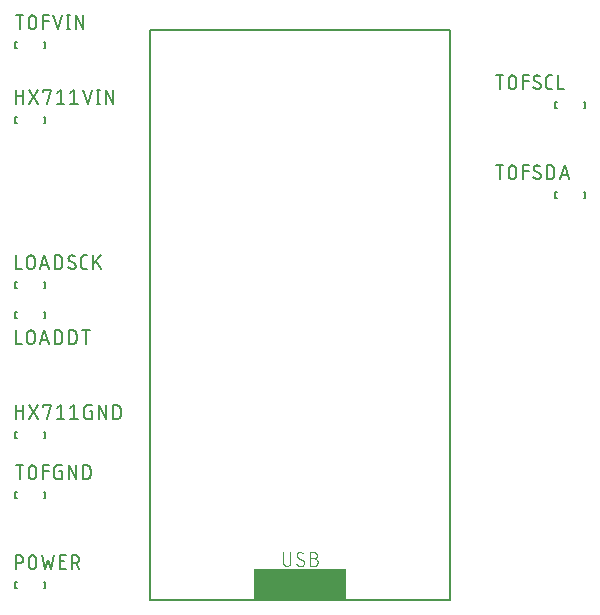
<source format=gto>
G04 EAGLE Gerber RS-274X export*
G75*
%MOMM*%
%FSLAX34Y34*%
%LPD*%
%INSilkscreen Top*%
%IPPOS*%
%AMOC8*
5,1,8,0,0,1.08239X$1,22.5*%
G01*
%ADD10C,0.152400*%
%ADD11C,0.127000*%
%ADD12C,0.101600*%

G36*
X317565Y215277D02*
X317565Y215277D01*
X317631Y215279D01*
X317674Y215297D01*
X317721Y215305D01*
X317778Y215339D01*
X317838Y215364D01*
X317873Y215395D01*
X317914Y215420D01*
X317956Y215471D01*
X318004Y215515D01*
X318026Y215557D01*
X318055Y215594D01*
X318076Y215656D01*
X318107Y215715D01*
X318115Y215769D01*
X318127Y215806D01*
X318126Y215846D01*
X318134Y215900D01*
X318134Y241300D01*
X318123Y241365D01*
X318121Y241431D01*
X318103Y241474D01*
X318095Y241521D01*
X318061Y241578D01*
X318036Y241638D01*
X318005Y241673D01*
X317980Y241714D01*
X317929Y241756D01*
X317885Y241804D01*
X317843Y241826D01*
X317806Y241855D01*
X317744Y241876D01*
X317685Y241907D01*
X317631Y241915D01*
X317594Y241927D01*
X317554Y241926D01*
X317500Y241934D01*
X241300Y241934D01*
X241235Y241923D01*
X241169Y241921D01*
X241126Y241903D01*
X241079Y241895D01*
X241022Y241861D01*
X240962Y241836D01*
X240927Y241805D01*
X240886Y241780D01*
X240845Y241729D01*
X240796Y241685D01*
X240774Y241643D01*
X240745Y241606D01*
X240724Y241544D01*
X240693Y241485D01*
X240685Y241431D01*
X240673Y241394D01*
X240674Y241366D01*
X240673Y241364D01*
X240673Y241349D01*
X240666Y241300D01*
X240666Y215900D01*
X240677Y215835D01*
X240679Y215769D01*
X240697Y215726D01*
X240705Y215679D01*
X240739Y215622D01*
X240764Y215562D01*
X240795Y215527D01*
X240820Y215486D01*
X240871Y215445D01*
X240915Y215396D01*
X240957Y215374D01*
X240994Y215345D01*
X241056Y215324D01*
X241115Y215293D01*
X241169Y215285D01*
X241206Y215273D01*
X241246Y215274D01*
X241300Y215266D01*
X317500Y215266D01*
X317565Y215277D01*
G37*
D10*
X38100Y358140D02*
X38100Y353060D01*
X63500Y353060D02*
X63500Y358140D01*
X62230Y358140D01*
X62230Y353060D02*
X63500Y353060D01*
X39370Y353060D02*
X38100Y353060D01*
X38100Y358140D02*
X39370Y358140D01*
D11*
X38735Y368935D02*
X38735Y380365D01*
X38735Y375285D02*
X45085Y375285D01*
X45085Y380365D02*
X45085Y368935D01*
X49911Y368935D02*
X57531Y380365D01*
X49911Y380365D02*
X57531Y368935D01*
X61976Y379095D02*
X61976Y380365D01*
X68326Y380365D01*
X65151Y368935D01*
X73406Y377825D02*
X76581Y380365D01*
X76581Y368935D01*
X73406Y368935D02*
X79756Y368935D01*
X84836Y377825D02*
X88011Y380365D01*
X88011Y368935D01*
X84836Y368935D02*
X91186Y368935D01*
X101092Y375285D02*
X102997Y375285D01*
X102997Y368935D01*
X99187Y368935D01*
X99087Y368937D01*
X98988Y368943D01*
X98888Y368953D01*
X98790Y368966D01*
X98691Y368984D01*
X98594Y369005D01*
X98498Y369030D01*
X98402Y369059D01*
X98308Y369092D01*
X98215Y369128D01*
X98124Y369168D01*
X98034Y369212D01*
X97946Y369259D01*
X97860Y369309D01*
X97776Y369363D01*
X97694Y369420D01*
X97615Y369480D01*
X97537Y369544D01*
X97463Y369610D01*
X97391Y369679D01*
X97322Y369751D01*
X97256Y369825D01*
X97192Y369903D01*
X97132Y369982D01*
X97075Y370064D01*
X97021Y370148D01*
X96971Y370234D01*
X96924Y370322D01*
X96880Y370412D01*
X96840Y370503D01*
X96804Y370596D01*
X96771Y370690D01*
X96742Y370786D01*
X96717Y370882D01*
X96696Y370979D01*
X96678Y371078D01*
X96665Y371176D01*
X96655Y371276D01*
X96649Y371375D01*
X96647Y371475D01*
X96647Y377825D01*
X96649Y377925D01*
X96655Y378024D01*
X96665Y378124D01*
X96678Y378222D01*
X96696Y378321D01*
X96717Y378418D01*
X96742Y378514D01*
X96771Y378610D01*
X96804Y378704D01*
X96840Y378797D01*
X96880Y378888D01*
X96924Y378978D01*
X96971Y379066D01*
X97021Y379152D01*
X97075Y379236D01*
X97132Y379318D01*
X97192Y379397D01*
X97256Y379475D01*
X97322Y379549D01*
X97391Y379621D01*
X97463Y379690D01*
X97537Y379756D01*
X97615Y379820D01*
X97694Y379880D01*
X97776Y379937D01*
X97860Y379991D01*
X97946Y380041D01*
X98034Y380088D01*
X98124Y380132D01*
X98215Y380172D01*
X98308Y380208D01*
X98402Y380241D01*
X98498Y380270D01*
X98594Y380295D01*
X98691Y380316D01*
X98790Y380334D01*
X98888Y380347D01*
X98988Y380357D01*
X99087Y380363D01*
X99187Y380365D01*
X102997Y380365D01*
X108839Y380365D02*
X108839Y368935D01*
X115189Y368935D02*
X108839Y380365D01*
X115189Y380365D02*
X115189Y368935D01*
X121031Y368935D02*
X121031Y380365D01*
X124206Y380365D01*
X124317Y380363D01*
X124427Y380357D01*
X124538Y380348D01*
X124648Y380334D01*
X124757Y380317D01*
X124866Y380296D01*
X124974Y380271D01*
X125081Y380242D01*
X125187Y380210D01*
X125292Y380174D01*
X125395Y380134D01*
X125497Y380091D01*
X125598Y380044D01*
X125697Y379993D01*
X125794Y379940D01*
X125888Y379883D01*
X125981Y379822D01*
X126072Y379759D01*
X126161Y379692D01*
X126247Y379622D01*
X126330Y379549D01*
X126412Y379474D01*
X126490Y379396D01*
X126565Y379314D01*
X126638Y379231D01*
X126708Y379145D01*
X126775Y379056D01*
X126838Y378965D01*
X126899Y378872D01*
X126956Y378778D01*
X127009Y378681D01*
X127060Y378582D01*
X127107Y378481D01*
X127150Y378379D01*
X127190Y378276D01*
X127226Y378171D01*
X127258Y378065D01*
X127287Y377958D01*
X127312Y377850D01*
X127333Y377741D01*
X127350Y377632D01*
X127364Y377522D01*
X127373Y377411D01*
X127379Y377301D01*
X127381Y377190D01*
X127381Y372110D01*
X127379Y371999D01*
X127373Y371889D01*
X127364Y371778D01*
X127350Y371668D01*
X127333Y371559D01*
X127312Y371450D01*
X127287Y371342D01*
X127258Y371235D01*
X127226Y371129D01*
X127190Y371024D01*
X127150Y370921D01*
X127107Y370819D01*
X127060Y370718D01*
X127009Y370619D01*
X126956Y370522D01*
X126899Y370428D01*
X126838Y370335D01*
X126775Y370244D01*
X126708Y370155D01*
X126638Y370069D01*
X126565Y369986D01*
X126490Y369904D01*
X126412Y369826D01*
X126330Y369751D01*
X126247Y369678D01*
X126161Y369608D01*
X126072Y369541D01*
X125981Y369478D01*
X125888Y369417D01*
X125793Y369360D01*
X125697Y369307D01*
X125598Y369256D01*
X125497Y369209D01*
X125395Y369166D01*
X125292Y369126D01*
X125187Y369090D01*
X125081Y369058D01*
X124974Y369029D01*
X124866Y369004D01*
X124757Y368983D01*
X124648Y368966D01*
X124538Y368952D01*
X124427Y368943D01*
X124317Y368937D01*
X124206Y368935D01*
X121031Y368935D01*
D10*
X38100Y619760D02*
X38100Y624840D01*
X63500Y624840D02*
X63500Y619760D01*
X63500Y624840D02*
X62230Y624840D01*
X62230Y619760D02*
X63500Y619760D01*
X39370Y619760D02*
X38100Y619760D01*
X38100Y624840D02*
X39370Y624840D01*
D11*
X38735Y635635D02*
X38735Y647065D01*
X38735Y641985D02*
X45085Y641985D01*
X45085Y647065D02*
X45085Y635635D01*
X49911Y635635D02*
X57531Y647065D01*
X49911Y647065D02*
X57531Y635635D01*
X61976Y645795D02*
X61976Y647065D01*
X68326Y647065D01*
X65151Y635635D01*
X73406Y644525D02*
X76581Y647065D01*
X76581Y635635D01*
X73406Y635635D02*
X79756Y635635D01*
X84836Y644525D02*
X88011Y647065D01*
X88011Y635635D01*
X84836Y635635D02*
X91186Y635635D01*
X99441Y635635D02*
X95631Y647065D01*
X103251Y647065D02*
X99441Y635635D01*
X108585Y635635D02*
X108585Y647065D01*
X107315Y635635D02*
X109855Y635635D01*
X109855Y647065D02*
X107315Y647065D01*
X114935Y647065D02*
X114935Y635635D01*
X121285Y635635D02*
X114935Y647065D01*
X121285Y647065D02*
X121285Y635635D01*
D10*
X38100Y459740D02*
X38100Y454660D01*
X63500Y454660D02*
X63500Y459740D01*
X62230Y459740D01*
X62230Y454660D02*
X63500Y454660D01*
X39370Y454660D02*
X38100Y454660D01*
X38100Y459740D02*
X39370Y459740D01*
D11*
X38735Y443865D02*
X38735Y432435D01*
X43815Y432435D01*
X48235Y435610D02*
X48235Y440690D01*
X48237Y440801D01*
X48243Y440911D01*
X48252Y441022D01*
X48266Y441132D01*
X48283Y441241D01*
X48304Y441350D01*
X48329Y441458D01*
X48358Y441565D01*
X48390Y441671D01*
X48426Y441776D01*
X48466Y441879D01*
X48509Y441981D01*
X48556Y442082D01*
X48607Y442181D01*
X48660Y442278D01*
X48717Y442372D01*
X48778Y442465D01*
X48841Y442556D01*
X48908Y442645D01*
X48978Y442731D01*
X49051Y442814D01*
X49126Y442896D01*
X49204Y442974D01*
X49286Y443049D01*
X49369Y443122D01*
X49455Y443192D01*
X49544Y443259D01*
X49635Y443322D01*
X49728Y443383D01*
X49822Y443440D01*
X49919Y443493D01*
X50018Y443544D01*
X50119Y443591D01*
X50221Y443634D01*
X50324Y443674D01*
X50429Y443710D01*
X50535Y443742D01*
X50642Y443771D01*
X50750Y443796D01*
X50859Y443817D01*
X50968Y443834D01*
X51078Y443848D01*
X51189Y443857D01*
X51299Y443863D01*
X51410Y443865D01*
X51521Y443863D01*
X51631Y443857D01*
X51742Y443848D01*
X51852Y443834D01*
X51961Y443817D01*
X52070Y443796D01*
X52178Y443771D01*
X52285Y443742D01*
X52391Y443710D01*
X52496Y443674D01*
X52599Y443634D01*
X52701Y443591D01*
X52802Y443544D01*
X52901Y443493D01*
X52998Y443440D01*
X53092Y443383D01*
X53185Y443322D01*
X53276Y443259D01*
X53365Y443192D01*
X53451Y443122D01*
X53534Y443049D01*
X53616Y442974D01*
X53694Y442896D01*
X53769Y442814D01*
X53842Y442731D01*
X53912Y442645D01*
X53979Y442556D01*
X54042Y442465D01*
X54103Y442372D01*
X54160Y442278D01*
X54213Y442181D01*
X54264Y442082D01*
X54311Y441981D01*
X54354Y441879D01*
X54394Y441776D01*
X54430Y441671D01*
X54462Y441565D01*
X54491Y441458D01*
X54516Y441350D01*
X54537Y441241D01*
X54554Y441132D01*
X54568Y441022D01*
X54577Y440911D01*
X54583Y440801D01*
X54585Y440690D01*
X54585Y435610D01*
X54583Y435499D01*
X54577Y435389D01*
X54568Y435278D01*
X54554Y435168D01*
X54537Y435059D01*
X54516Y434950D01*
X54491Y434842D01*
X54462Y434735D01*
X54430Y434629D01*
X54394Y434524D01*
X54354Y434421D01*
X54311Y434319D01*
X54264Y434218D01*
X54213Y434119D01*
X54160Y434022D01*
X54103Y433928D01*
X54042Y433835D01*
X53979Y433744D01*
X53912Y433655D01*
X53842Y433569D01*
X53769Y433486D01*
X53694Y433404D01*
X53616Y433326D01*
X53534Y433251D01*
X53451Y433178D01*
X53365Y433108D01*
X53276Y433041D01*
X53185Y432978D01*
X53092Y432917D01*
X52997Y432860D01*
X52901Y432807D01*
X52802Y432756D01*
X52701Y432709D01*
X52599Y432666D01*
X52496Y432626D01*
X52391Y432590D01*
X52285Y432558D01*
X52178Y432529D01*
X52070Y432504D01*
X51961Y432483D01*
X51852Y432466D01*
X51742Y432452D01*
X51631Y432443D01*
X51521Y432437D01*
X51410Y432435D01*
X51299Y432437D01*
X51189Y432443D01*
X51078Y432452D01*
X50968Y432466D01*
X50859Y432483D01*
X50750Y432504D01*
X50642Y432529D01*
X50535Y432558D01*
X50429Y432590D01*
X50324Y432626D01*
X50221Y432666D01*
X50119Y432709D01*
X50018Y432756D01*
X49919Y432807D01*
X49823Y432860D01*
X49728Y432917D01*
X49635Y432978D01*
X49544Y433041D01*
X49455Y433108D01*
X49369Y433178D01*
X49286Y433251D01*
X49204Y433326D01*
X49126Y433404D01*
X49051Y433486D01*
X48978Y433569D01*
X48908Y433655D01*
X48841Y433744D01*
X48778Y433835D01*
X48717Y433928D01*
X48660Y434023D01*
X48607Y434119D01*
X48556Y434218D01*
X48509Y434319D01*
X48466Y434421D01*
X48426Y434524D01*
X48390Y434629D01*
X48358Y434735D01*
X48329Y434842D01*
X48304Y434950D01*
X48283Y435059D01*
X48266Y435168D01*
X48252Y435278D01*
X48243Y435389D01*
X48237Y435499D01*
X48235Y435610D01*
X59030Y432435D02*
X62840Y443865D01*
X66650Y432435D01*
X65697Y435293D02*
X59982Y435293D01*
X71476Y432435D02*
X71476Y443865D01*
X74651Y443865D01*
X74762Y443863D01*
X74872Y443857D01*
X74983Y443848D01*
X75093Y443834D01*
X75202Y443817D01*
X75311Y443796D01*
X75419Y443771D01*
X75526Y443742D01*
X75632Y443710D01*
X75737Y443674D01*
X75840Y443634D01*
X75942Y443591D01*
X76043Y443544D01*
X76142Y443493D01*
X76239Y443440D01*
X76333Y443383D01*
X76426Y443322D01*
X76517Y443259D01*
X76606Y443192D01*
X76692Y443122D01*
X76775Y443049D01*
X76857Y442974D01*
X76935Y442896D01*
X77010Y442814D01*
X77083Y442731D01*
X77153Y442645D01*
X77220Y442556D01*
X77283Y442465D01*
X77344Y442372D01*
X77401Y442278D01*
X77454Y442181D01*
X77505Y442082D01*
X77552Y441981D01*
X77595Y441879D01*
X77635Y441776D01*
X77671Y441671D01*
X77703Y441565D01*
X77732Y441458D01*
X77757Y441350D01*
X77778Y441241D01*
X77795Y441132D01*
X77809Y441022D01*
X77818Y440911D01*
X77824Y440801D01*
X77826Y440690D01*
X77826Y435610D01*
X77824Y435499D01*
X77818Y435389D01*
X77809Y435278D01*
X77795Y435168D01*
X77778Y435059D01*
X77757Y434950D01*
X77732Y434842D01*
X77703Y434735D01*
X77671Y434629D01*
X77635Y434524D01*
X77595Y434421D01*
X77552Y434319D01*
X77505Y434218D01*
X77454Y434119D01*
X77401Y434022D01*
X77344Y433928D01*
X77283Y433835D01*
X77220Y433744D01*
X77153Y433655D01*
X77083Y433569D01*
X77010Y433486D01*
X76935Y433404D01*
X76857Y433326D01*
X76775Y433251D01*
X76692Y433178D01*
X76606Y433108D01*
X76517Y433041D01*
X76426Y432978D01*
X76333Y432917D01*
X76238Y432860D01*
X76142Y432807D01*
X76043Y432756D01*
X75942Y432709D01*
X75840Y432666D01*
X75737Y432626D01*
X75632Y432590D01*
X75526Y432558D01*
X75419Y432529D01*
X75311Y432504D01*
X75202Y432483D01*
X75093Y432466D01*
X74983Y432452D01*
X74872Y432443D01*
X74762Y432437D01*
X74651Y432435D01*
X71476Y432435D01*
X83668Y432435D02*
X83668Y443865D01*
X86843Y443865D01*
X86954Y443863D01*
X87064Y443857D01*
X87175Y443848D01*
X87285Y443834D01*
X87394Y443817D01*
X87503Y443796D01*
X87611Y443771D01*
X87718Y443742D01*
X87824Y443710D01*
X87929Y443674D01*
X88032Y443634D01*
X88134Y443591D01*
X88235Y443544D01*
X88334Y443493D01*
X88431Y443440D01*
X88525Y443383D01*
X88618Y443322D01*
X88709Y443259D01*
X88798Y443192D01*
X88884Y443122D01*
X88967Y443049D01*
X89049Y442974D01*
X89127Y442896D01*
X89202Y442814D01*
X89275Y442731D01*
X89345Y442645D01*
X89412Y442556D01*
X89475Y442465D01*
X89536Y442372D01*
X89593Y442278D01*
X89646Y442181D01*
X89697Y442082D01*
X89744Y441981D01*
X89787Y441879D01*
X89827Y441776D01*
X89863Y441671D01*
X89895Y441565D01*
X89924Y441458D01*
X89949Y441350D01*
X89970Y441241D01*
X89987Y441132D01*
X90001Y441022D01*
X90010Y440911D01*
X90016Y440801D01*
X90018Y440690D01*
X90018Y435610D01*
X90016Y435499D01*
X90010Y435389D01*
X90001Y435278D01*
X89987Y435168D01*
X89970Y435059D01*
X89949Y434950D01*
X89924Y434842D01*
X89895Y434735D01*
X89863Y434629D01*
X89827Y434524D01*
X89787Y434421D01*
X89744Y434319D01*
X89697Y434218D01*
X89646Y434119D01*
X89593Y434022D01*
X89536Y433928D01*
X89475Y433835D01*
X89412Y433744D01*
X89345Y433655D01*
X89275Y433569D01*
X89202Y433486D01*
X89127Y433404D01*
X89049Y433326D01*
X88967Y433251D01*
X88884Y433178D01*
X88798Y433108D01*
X88709Y433041D01*
X88618Y432978D01*
X88525Y432917D01*
X88430Y432860D01*
X88334Y432807D01*
X88235Y432756D01*
X88134Y432709D01*
X88032Y432666D01*
X87929Y432626D01*
X87824Y432590D01*
X87718Y432558D01*
X87611Y432529D01*
X87503Y432504D01*
X87394Y432483D01*
X87285Y432466D01*
X87175Y432452D01*
X87064Y432443D01*
X86954Y432437D01*
X86843Y432435D01*
X83668Y432435D01*
X97892Y432435D02*
X97892Y443865D01*
X94717Y443865D02*
X101067Y443865D01*
D10*
X38100Y480060D02*
X38100Y485140D01*
X63500Y485140D02*
X63500Y480060D01*
X63500Y485140D02*
X62230Y485140D01*
X62230Y480060D02*
X63500Y480060D01*
X39370Y480060D02*
X38100Y480060D01*
X38100Y485140D02*
X39370Y485140D01*
D11*
X38735Y495935D02*
X38735Y507365D01*
X38735Y495935D02*
X43815Y495935D01*
X48235Y499110D02*
X48235Y504190D01*
X48237Y504301D01*
X48243Y504411D01*
X48252Y504522D01*
X48266Y504632D01*
X48283Y504741D01*
X48304Y504850D01*
X48329Y504958D01*
X48358Y505065D01*
X48390Y505171D01*
X48426Y505276D01*
X48466Y505379D01*
X48509Y505481D01*
X48556Y505582D01*
X48607Y505681D01*
X48660Y505778D01*
X48717Y505872D01*
X48778Y505965D01*
X48841Y506056D01*
X48908Y506145D01*
X48978Y506231D01*
X49051Y506314D01*
X49126Y506396D01*
X49204Y506474D01*
X49286Y506549D01*
X49369Y506622D01*
X49455Y506692D01*
X49544Y506759D01*
X49635Y506822D01*
X49728Y506883D01*
X49822Y506940D01*
X49919Y506993D01*
X50018Y507044D01*
X50119Y507091D01*
X50221Y507134D01*
X50324Y507174D01*
X50429Y507210D01*
X50535Y507242D01*
X50642Y507271D01*
X50750Y507296D01*
X50859Y507317D01*
X50968Y507334D01*
X51078Y507348D01*
X51189Y507357D01*
X51299Y507363D01*
X51410Y507365D01*
X51521Y507363D01*
X51631Y507357D01*
X51742Y507348D01*
X51852Y507334D01*
X51961Y507317D01*
X52070Y507296D01*
X52178Y507271D01*
X52285Y507242D01*
X52391Y507210D01*
X52496Y507174D01*
X52599Y507134D01*
X52701Y507091D01*
X52802Y507044D01*
X52901Y506993D01*
X52998Y506940D01*
X53092Y506883D01*
X53185Y506822D01*
X53276Y506759D01*
X53365Y506692D01*
X53451Y506622D01*
X53534Y506549D01*
X53616Y506474D01*
X53694Y506396D01*
X53769Y506314D01*
X53842Y506231D01*
X53912Y506145D01*
X53979Y506056D01*
X54042Y505965D01*
X54103Y505872D01*
X54160Y505778D01*
X54213Y505681D01*
X54264Y505582D01*
X54311Y505481D01*
X54354Y505379D01*
X54394Y505276D01*
X54430Y505171D01*
X54462Y505065D01*
X54491Y504958D01*
X54516Y504850D01*
X54537Y504741D01*
X54554Y504632D01*
X54568Y504522D01*
X54577Y504411D01*
X54583Y504301D01*
X54585Y504190D01*
X54585Y499110D01*
X54583Y498999D01*
X54577Y498889D01*
X54568Y498778D01*
X54554Y498668D01*
X54537Y498559D01*
X54516Y498450D01*
X54491Y498342D01*
X54462Y498235D01*
X54430Y498129D01*
X54394Y498024D01*
X54354Y497921D01*
X54311Y497819D01*
X54264Y497718D01*
X54213Y497619D01*
X54160Y497522D01*
X54103Y497428D01*
X54042Y497335D01*
X53979Y497244D01*
X53912Y497155D01*
X53842Y497069D01*
X53769Y496986D01*
X53694Y496904D01*
X53616Y496826D01*
X53534Y496751D01*
X53451Y496678D01*
X53365Y496608D01*
X53276Y496541D01*
X53185Y496478D01*
X53092Y496417D01*
X52997Y496360D01*
X52901Y496307D01*
X52802Y496256D01*
X52701Y496209D01*
X52599Y496166D01*
X52496Y496126D01*
X52391Y496090D01*
X52285Y496058D01*
X52178Y496029D01*
X52070Y496004D01*
X51961Y495983D01*
X51852Y495966D01*
X51742Y495952D01*
X51631Y495943D01*
X51521Y495937D01*
X51410Y495935D01*
X51299Y495937D01*
X51189Y495943D01*
X51078Y495952D01*
X50968Y495966D01*
X50859Y495983D01*
X50750Y496004D01*
X50642Y496029D01*
X50535Y496058D01*
X50429Y496090D01*
X50324Y496126D01*
X50221Y496166D01*
X50119Y496209D01*
X50018Y496256D01*
X49919Y496307D01*
X49823Y496360D01*
X49728Y496417D01*
X49635Y496478D01*
X49544Y496541D01*
X49455Y496608D01*
X49369Y496678D01*
X49286Y496751D01*
X49204Y496826D01*
X49126Y496904D01*
X49051Y496986D01*
X48978Y497069D01*
X48908Y497155D01*
X48841Y497244D01*
X48778Y497335D01*
X48717Y497428D01*
X48660Y497523D01*
X48607Y497619D01*
X48556Y497718D01*
X48509Y497819D01*
X48466Y497921D01*
X48426Y498024D01*
X48390Y498129D01*
X48358Y498235D01*
X48329Y498342D01*
X48304Y498450D01*
X48283Y498559D01*
X48266Y498668D01*
X48252Y498778D01*
X48243Y498889D01*
X48237Y498999D01*
X48235Y499110D01*
X59030Y495935D02*
X62840Y507365D01*
X66650Y495935D01*
X65697Y498793D02*
X59982Y498793D01*
X71476Y495935D02*
X71476Y507365D01*
X74651Y507365D01*
X74762Y507363D01*
X74872Y507357D01*
X74983Y507348D01*
X75093Y507334D01*
X75202Y507317D01*
X75311Y507296D01*
X75419Y507271D01*
X75526Y507242D01*
X75632Y507210D01*
X75737Y507174D01*
X75840Y507134D01*
X75942Y507091D01*
X76043Y507044D01*
X76142Y506993D01*
X76239Y506940D01*
X76333Y506883D01*
X76426Y506822D01*
X76517Y506759D01*
X76606Y506692D01*
X76692Y506622D01*
X76775Y506549D01*
X76857Y506474D01*
X76935Y506396D01*
X77010Y506314D01*
X77083Y506231D01*
X77153Y506145D01*
X77220Y506056D01*
X77283Y505965D01*
X77344Y505872D01*
X77401Y505778D01*
X77454Y505681D01*
X77505Y505582D01*
X77552Y505481D01*
X77595Y505379D01*
X77635Y505276D01*
X77671Y505171D01*
X77703Y505065D01*
X77732Y504958D01*
X77757Y504850D01*
X77778Y504741D01*
X77795Y504632D01*
X77809Y504522D01*
X77818Y504411D01*
X77824Y504301D01*
X77826Y504190D01*
X77826Y499110D01*
X77824Y498999D01*
X77818Y498889D01*
X77809Y498778D01*
X77795Y498668D01*
X77778Y498559D01*
X77757Y498450D01*
X77732Y498342D01*
X77703Y498235D01*
X77671Y498129D01*
X77635Y498024D01*
X77595Y497921D01*
X77552Y497819D01*
X77505Y497718D01*
X77454Y497619D01*
X77401Y497522D01*
X77344Y497428D01*
X77283Y497335D01*
X77220Y497244D01*
X77153Y497155D01*
X77083Y497069D01*
X77010Y496986D01*
X76935Y496904D01*
X76857Y496826D01*
X76775Y496751D01*
X76692Y496678D01*
X76606Y496608D01*
X76517Y496541D01*
X76426Y496478D01*
X76333Y496417D01*
X76238Y496360D01*
X76142Y496307D01*
X76043Y496256D01*
X75942Y496209D01*
X75840Y496166D01*
X75737Y496126D01*
X75632Y496090D01*
X75526Y496058D01*
X75419Y496029D01*
X75311Y496004D01*
X75202Y495983D01*
X75093Y495966D01*
X74983Y495952D01*
X74872Y495943D01*
X74762Y495937D01*
X74651Y495935D01*
X71476Y495935D01*
X86716Y495935D02*
X86816Y495937D01*
X86915Y495943D01*
X87015Y495953D01*
X87113Y495966D01*
X87212Y495984D01*
X87309Y496005D01*
X87405Y496030D01*
X87501Y496059D01*
X87595Y496092D01*
X87688Y496128D01*
X87779Y496168D01*
X87869Y496212D01*
X87957Y496259D01*
X88043Y496309D01*
X88127Y496363D01*
X88209Y496420D01*
X88288Y496480D01*
X88366Y496544D01*
X88440Y496610D01*
X88512Y496679D01*
X88581Y496751D01*
X88647Y496825D01*
X88711Y496903D01*
X88771Y496982D01*
X88828Y497064D01*
X88882Y497148D01*
X88932Y497234D01*
X88979Y497322D01*
X89023Y497412D01*
X89063Y497503D01*
X89099Y497596D01*
X89132Y497690D01*
X89161Y497786D01*
X89186Y497882D01*
X89207Y497979D01*
X89225Y498078D01*
X89238Y498176D01*
X89248Y498276D01*
X89254Y498375D01*
X89256Y498475D01*
X86716Y495935D02*
X86575Y495937D01*
X86434Y495942D01*
X86293Y495952D01*
X86152Y495965D01*
X86012Y495981D01*
X85872Y496002D01*
X85733Y496026D01*
X85594Y496054D01*
X85457Y496085D01*
X85320Y496120D01*
X85184Y496158D01*
X85049Y496200D01*
X84916Y496246D01*
X84783Y496295D01*
X84652Y496348D01*
X84523Y496404D01*
X84394Y496463D01*
X84268Y496526D01*
X84143Y496592D01*
X84020Y496661D01*
X83899Y496734D01*
X83780Y496810D01*
X83662Y496889D01*
X83547Y496970D01*
X83435Y497055D01*
X83324Y497143D01*
X83216Y497234D01*
X83110Y497327D01*
X83007Y497424D01*
X82906Y497523D01*
X83223Y504825D02*
X83225Y504925D01*
X83231Y505024D01*
X83241Y505124D01*
X83254Y505222D01*
X83272Y505321D01*
X83293Y505418D01*
X83318Y505514D01*
X83347Y505610D01*
X83380Y505704D01*
X83416Y505797D01*
X83456Y505888D01*
X83500Y505978D01*
X83547Y506066D01*
X83597Y506152D01*
X83651Y506236D01*
X83708Y506318D01*
X83768Y506397D01*
X83832Y506475D01*
X83898Y506549D01*
X83967Y506621D01*
X84039Y506690D01*
X84113Y506756D01*
X84191Y506820D01*
X84270Y506880D01*
X84352Y506937D01*
X84436Y506991D01*
X84522Y507041D01*
X84610Y507088D01*
X84700Y507132D01*
X84791Y507172D01*
X84884Y507208D01*
X84978Y507241D01*
X85074Y507270D01*
X85170Y507295D01*
X85267Y507316D01*
X85366Y507334D01*
X85464Y507347D01*
X85564Y507357D01*
X85663Y507363D01*
X85763Y507365D01*
X85763Y507366D02*
X85896Y507364D01*
X86029Y507359D01*
X86162Y507349D01*
X86295Y507336D01*
X86427Y507319D01*
X86559Y507299D01*
X86690Y507275D01*
X86820Y507247D01*
X86950Y507216D01*
X87078Y507181D01*
X87206Y507142D01*
X87332Y507100D01*
X87457Y507054D01*
X87581Y507005D01*
X87704Y506953D01*
X87825Y506897D01*
X87944Y506837D01*
X88062Y506775D01*
X88177Y506709D01*
X88291Y506640D01*
X88403Y506567D01*
X88513Y506492D01*
X88621Y506413D01*
X84493Y502602D02*
X84409Y502654D01*
X84326Y502709D01*
X84246Y502768D01*
X84168Y502829D01*
X84093Y502893D01*
X84020Y502961D01*
X83949Y503031D01*
X83882Y503103D01*
X83817Y503178D01*
X83755Y503256D01*
X83696Y503336D01*
X83640Y503418D01*
X83588Y503502D01*
X83539Y503588D01*
X83493Y503676D01*
X83450Y503766D01*
X83411Y503857D01*
X83376Y503950D01*
X83344Y504044D01*
X83316Y504139D01*
X83291Y504235D01*
X83271Y504332D01*
X83253Y504430D01*
X83240Y504528D01*
X83231Y504627D01*
X83225Y504726D01*
X83223Y504825D01*
X87986Y500698D02*
X88070Y500646D01*
X88153Y500591D01*
X88233Y500532D01*
X88311Y500471D01*
X88386Y500407D01*
X88459Y500339D01*
X88530Y500269D01*
X88597Y500197D01*
X88662Y500122D01*
X88724Y500044D01*
X88783Y499964D01*
X88839Y499882D01*
X88891Y499798D01*
X88940Y499712D01*
X88986Y499624D01*
X89029Y499534D01*
X89068Y499443D01*
X89103Y499350D01*
X89135Y499256D01*
X89163Y499161D01*
X89188Y499065D01*
X89208Y498968D01*
X89226Y498870D01*
X89239Y498772D01*
X89248Y498673D01*
X89254Y498574D01*
X89256Y498475D01*
X87986Y500698D02*
X84493Y502603D01*
X96457Y495935D02*
X98997Y495935D01*
X96457Y495935D02*
X96357Y495937D01*
X96258Y495943D01*
X96158Y495953D01*
X96060Y495966D01*
X95961Y495984D01*
X95864Y496005D01*
X95768Y496030D01*
X95672Y496059D01*
X95578Y496092D01*
X95485Y496128D01*
X95394Y496168D01*
X95304Y496212D01*
X95216Y496259D01*
X95130Y496309D01*
X95046Y496363D01*
X94964Y496420D01*
X94885Y496480D01*
X94807Y496544D01*
X94733Y496610D01*
X94661Y496679D01*
X94592Y496751D01*
X94526Y496825D01*
X94462Y496903D01*
X94402Y496982D01*
X94345Y497064D01*
X94291Y497148D01*
X94241Y497234D01*
X94194Y497322D01*
X94150Y497412D01*
X94110Y497503D01*
X94074Y497596D01*
X94041Y497690D01*
X94012Y497786D01*
X93987Y497882D01*
X93966Y497979D01*
X93948Y498078D01*
X93935Y498176D01*
X93925Y498276D01*
X93919Y498375D01*
X93917Y498475D01*
X93917Y504825D01*
X93919Y504925D01*
X93925Y505024D01*
X93935Y505124D01*
X93948Y505222D01*
X93966Y505321D01*
X93987Y505418D01*
X94012Y505514D01*
X94041Y505610D01*
X94074Y505704D01*
X94110Y505797D01*
X94150Y505888D01*
X94194Y505978D01*
X94241Y506066D01*
X94291Y506152D01*
X94345Y506236D01*
X94402Y506318D01*
X94462Y506397D01*
X94526Y506475D01*
X94592Y506549D01*
X94661Y506621D01*
X94733Y506690D01*
X94807Y506756D01*
X94885Y506820D01*
X94964Y506880D01*
X95046Y506937D01*
X95130Y506991D01*
X95216Y507041D01*
X95304Y507088D01*
X95394Y507132D01*
X95485Y507172D01*
X95578Y507208D01*
X95672Y507241D01*
X95768Y507270D01*
X95864Y507295D01*
X95961Y507316D01*
X96060Y507334D01*
X96158Y507347D01*
X96258Y507357D01*
X96357Y507363D01*
X96457Y507365D01*
X98997Y507365D01*
X104051Y507365D02*
X104051Y495935D01*
X104051Y500380D02*
X110401Y507365D01*
X106591Y502920D02*
X110401Y495935D01*
D10*
X38100Y231140D02*
X38100Y226060D01*
X63500Y226060D02*
X63500Y231140D01*
X62230Y231140D01*
X62230Y226060D02*
X63500Y226060D01*
X39370Y226060D02*
X38100Y226060D01*
X38100Y231140D02*
X39370Y231140D01*
D11*
X38735Y241935D02*
X38735Y253365D01*
X41910Y253365D01*
X42021Y253363D01*
X42131Y253357D01*
X42242Y253348D01*
X42352Y253334D01*
X42461Y253317D01*
X42570Y253296D01*
X42678Y253271D01*
X42785Y253242D01*
X42891Y253210D01*
X42996Y253174D01*
X43099Y253134D01*
X43201Y253091D01*
X43302Y253044D01*
X43401Y252993D01*
X43498Y252940D01*
X43592Y252883D01*
X43685Y252822D01*
X43776Y252759D01*
X43865Y252692D01*
X43951Y252622D01*
X44034Y252549D01*
X44116Y252474D01*
X44194Y252396D01*
X44269Y252314D01*
X44342Y252231D01*
X44412Y252145D01*
X44479Y252056D01*
X44542Y251965D01*
X44603Y251872D01*
X44660Y251777D01*
X44713Y251681D01*
X44764Y251582D01*
X44811Y251481D01*
X44854Y251379D01*
X44894Y251276D01*
X44930Y251171D01*
X44962Y251065D01*
X44991Y250958D01*
X45016Y250850D01*
X45037Y250741D01*
X45054Y250632D01*
X45068Y250522D01*
X45077Y250411D01*
X45083Y250301D01*
X45085Y250190D01*
X45083Y250079D01*
X45077Y249969D01*
X45068Y249858D01*
X45054Y249748D01*
X45037Y249639D01*
X45016Y249530D01*
X44991Y249422D01*
X44962Y249315D01*
X44930Y249209D01*
X44894Y249104D01*
X44854Y249001D01*
X44811Y248899D01*
X44764Y248798D01*
X44713Y248699D01*
X44660Y248602D01*
X44603Y248508D01*
X44542Y248415D01*
X44479Y248324D01*
X44412Y248235D01*
X44342Y248149D01*
X44269Y248066D01*
X44194Y247984D01*
X44116Y247906D01*
X44034Y247831D01*
X43951Y247758D01*
X43865Y247688D01*
X43776Y247621D01*
X43685Y247558D01*
X43592Y247497D01*
X43497Y247440D01*
X43401Y247387D01*
X43302Y247336D01*
X43201Y247289D01*
X43099Y247246D01*
X42996Y247206D01*
X42891Y247170D01*
X42785Y247138D01*
X42678Y247109D01*
X42570Y247084D01*
X42461Y247063D01*
X42352Y247046D01*
X42242Y247032D01*
X42131Y247023D01*
X42021Y247017D01*
X41910Y247015D01*
X38735Y247015D01*
X49594Y245110D02*
X49594Y250190D01*
X49596Y250301D01*
X49602Y250411D01*
X49611Y250522D01*
X49625Y250632D01*
X49642Y250741D01*
X49663Y250850D01*
X49688Y250958D01*
X49717Y251065D01*
X49749Y251171D01*
X49785Y251276D01*
X49825Y251379D01*
X49868Y251481D01*
X49915Y251582D01*
X49966Y251681D01*
X50019Y251778D01*
X50076Y251872D01*
X50137Y251965D01*
X50200Y252056D01*
X50267Y252145D01*
X50337Y252231D01*
X50410Y252314D01*
X50485Y252396D01*
X50563Y252474D01*
X50645Y252549D01*
X50728Y252622D01*
X50814Y252692D01*
X50903Y252759D01*
X50994Y252822D01*
X51087Y252883D01*
X51181Y252940D01*
X51278Y252993D01*
X51377Y253044D01*
X51478Y253091D01*
X51580Y253134D01*
X51683Y253174D01*
X51788Y253210D01*
X51894Y253242D01*
X52001Y253271D01*
X52109Y253296D01*
X52218Y253317D01*
X52327Y253334D01*
X52437Y253348D01*
X52548Y253357D01*
X52658Y253363D01*
X52769Y253365D01*
X52880Y253363D01*
X52990Y253357D01*
X53101Y253348D01*
X53211Y253334D01*
X53320Y253317D01*
X53429Y253296D01*
X53537Y253271D01*
X53644Y253242D01*
X53750Y253210D01*
X53855Y253174D01*
X53958Y253134D01*
X54060Y253091D01*
X54161Y253044D01*
X54260Y252993D01*
X54357Y252940D01*
X54451Y252883D01*
X54544Y252822D01*
X54635Y252759D01*
X54724Y252692D01*
X54810Y252622D01*
X54893Y252549D01*
X54975Y252474D01*
X55053Y252396D01*
X55128Y252314D01*
X55201Y252231D01*
X55271Y252145D01*
X55338Y252056D01*
X55401Y251965D01*
X55462Y251872D01*
X55519Y251778D01*
X55572Y251681D01*
X55623Y251582D01*
X55670Y251481D01*
X55713Y251379D01*
X55753Y251276D01*
X55789Y251171D01*
X55821Y251065D01*
X55850Y250958D01*
X55875Y250850D01*
X55896Y250741D01*
X55913Y250632D01*
X55927Y250522D01*
X55936Y250411D01*
X55942Y250301D01*
X55944Y250190D01*
X55944Y245110D01*
X55942Y244999D01*
X55936Y244889D01*
X55927Y244778D01*
X55913Y244668D01*
X55896Y244559D01*
X55875Y244450D01*
X55850Y244342D01*
X55821Y244235D01*
X55789Y244129D01*
X55753Y244024D01*
X55713Y243921D01*
X55670Y243819D01*
X55623Y243718D01*
X55572Y243619D01*
X55519Y243522D01*
X55462Y243428D01*
X55401Y243335D01*
X55338Y243244D01*
X55271Y243155D01*
X55201Y243069D01*
X55128Y242986D01*
X55053Y242904D01*
X54975Y242826D01*
X54893Y242751D01*
X54810Y242678D01*
X54724Y242608D01*
X54635Y242541D01*
X54544Y242478D01*
X54451Y242417D01*
X54356Y242360D01*
X54260Y242307D01*
X54161Y242256D01*
X54060Y242209D01*
X53958Y242166D01*
X53855Y242126D01*
X53750Y242090D01*
X53644Y242058D01*
X53537Y242029D01*
X53429Y242004D01*
X53320Y241983D01*
X53211Y241966D01*
X53101Y241952D01*
X52990Y241943D01*
X52880Y241937D01*
X52769Y241935D01*
X52658Y241937D01*
X52548Y241943D01*
X52437Y241952D01*
X52327Y241966D01*
X52218Y241983D01*
X52109Y242004D01*
X52001Y242029D01*
X51894Y242058D01*
X51788Y242090D01*
X51683Y242126D01*
X51580Y242166D01*
X51478Y242209D01*
X51377Y242256D01*
X51278Y242307D01*
X51182Y242360D01*
X51087Y242417D01*
X50994Y242478D01*
X50903Y242541D01*
X50814Y242608D01*
X50728Y242678D01*
X50645Y242751D01*
X50563Y242826D01*
X50485Y242904D01*
X50410Y242986D01*
X50337Y243069D01*
X50267Y243155D01*
X50200Y243244D01*
X50137Y243335D01*
X50076Y243428D01*
X50019Y243523D01*
X49966Y243619D01*
X49915Y243718D01*
X49868Y243819D01*
X49825Y243921D01*
X49785Y244024D01*
X49749Y244129D01*
X49717Y244235D01*
X49688Y244342D01*
X49663Y244450D01*
X49642Y244559D01*
X49625Y244668D01*
X49611Y244778D01*
X49602Y244889D01*
X49596Y244999D01*
X49594Y245110D01*
X60643Y253365D02*
X63183Y241935D01*
X65723Y249555D01*
X68263Y241935D01*
X70803Y253365D01*
X75908Y241935D02*
X80988Y241935D01*
X75908Y241935D02*
X75908Y253365D01*
X80988Y253365D01*
X79718Y248285D02*
X75908Y248285D01*
X85871Y253365D02*
X85871Y241935D01*
X85871Y253365D02*
X89046Y253365D01*
X89157Y253363D01*
X89267Y253357D01*
X89378Y253348D01*
X89488Y253334D01*
X89597Y253317D01*
X89706Y253296D01*
X89814Y253271D01*
X89921Y253242D01*
X90027Y253210D01*
X90132Y253174D01*
X90235Y253134D01*
X90337Y253091D01*
X90438Y253044D01*
X90537Y252993D01*
X90634Y252940D01*
X90728Y252883D01*
X90821Y252822D01*
X90912Y252759D01*
X91001Y252692D01*
X91087Y252622D01*
X91170Y252549D01*
X91252Y252474D01*
X91330Y252396D01*
X91405Y252314D01*
X91478Y252231D01*
X91548Y252145D01*
X91615Y252056D01*
X91678Y251965D01*
X91739Y251872D01*
X91796Y251777D01*
X91849Y251681D01*
X91900Y251582D01*
X91947Y251481D01*
X91990Y251379D01*
X92030Y251276D01*
X92066Y251171D01*
X92098Y251065D01*
X92127Y250958D01*
X92152Y250850D01*
X92173Y250741D01*
X92190Y250632D01*
X92204Y250522D01*
X92213Y250411D01*
X92219Y250301D01*
X92221Y250190D01*
X92219Y250079D01*
X92213Y249969D01*
X92204Y249858D01*
X92190Y249748D01*
X92173Y249639D01*
X92152Y249530D01*
X92127Y249422D01*
X92098Y249315D01*
X92066Y249209D01*
X92030Y249104D01*
X91990Y249001D01*
X91947Y248899D01*
X91900Y248798D01*
X91849Y248699D01*
X91796Y248602D01*
X91739Y248508D01*
X91678Y248415D01*
X91615Y248324D01*
X91548Y248235D01*
X91478Y248149D01*
X91405Y248066D01*
X91330Y247984D01*
X91252Y247906D01*
X91170Y247831D01*
X91087Y247758D01*
X91001Y247688D01*
X90912Y247621D01*
X90821Y247558D01*
X90728Y247497D01*
X90633Y247440D01*
X90537Y247387D01*
X90438Y247336D01*
X90337Y247289D01*
X90235Y247246D01*
X90132Y247206D01*
X90027Y247170D01*
X89921Y247138D01*
X89814Y247109D01*
X89706Y247084D01*
X89597Y247063D01*
X89488Y247046D01*
X89378Y247032D01*
X89267Y247023D01*
X89157Y247017D01*
X89046Y247015D01*
X85871Y247015D01*
X89681Y247015D02*
X92221Y241935D01*
D10*
X38100Y302260D02*
X38100Y307340D01*
X63500Y307340D02*
X63500Y302260D01*
X63500Y307340D02*
X62230Y307340D01*
X62230Y302260D02*
X63500Y302260D01*
X39370Y302260D02*
X38100Y302260D01*
X38100Y307340D02*
X39370Y307340D01*
D11*
X41910Y318135D02*
X41910Y329565D01*
X38735Y329565D02*
X45085Y329565D01*
X49403Y326390D02*
X49403Y321310D01*
X49403Y326390D02*
X49405Y326501D01*
X49411Y326611D01*
X49420Y326722D01*
X49434Y326832D01*
X49451Y326941D01*
X49472Y327050D01*
X49497Y327158D01*
X49526Y327265D01*
X49558Y327371D01*
X49594Y327476D01*
X49634Y327579D01*
X49677Y327681D01*
X49724Y327782D01*
X49775Y327881D01*
X49828Y327978D01*
X49885Y328072D01*
X49946Y328165D01*
X50009Y328256D01*
X50076Y328345D01*
X50146Y328431D01*
X50219Y328514D01*
X50294Y328596D01*
X50372Y328674D01*
X50454Y328749D01*
X50537Y328822D01*
X50623Y328892D01*
X50712Y328959D01*
X50803Y329022D01*
X50896Y329083D01*
X50990Y329140D01*
X51087Y329193D01*
X51186Y329244D01*
X51287Y329291D01*
X51389Y329334D01*
X51492Y329374D01*
X51597Y329410D01*
X51703Y329442D01*
X51810Y329471D01*
X51918Y329496D01*
X52027Y329517D01*
X52136Y329534D01*
X52246Y329548D01*
X52357Y329557D01*
X52467Y329563D01*
X52578Y329565D01*
X52689Y329563D01*
X52799Y329557D01*
X52910Y329548D01*
X53020Y329534D01*
X53129Y329517D01*
X53238Y329496D01*
X53346Y329471D01*
X53453Y329442D01*
X53559Y329410D01*
X53664Y329374D01*
X53767Y329334D01*
X53869Y329291D01*
X53970Y329244D01*
X54069Y329193D01*
X54166Y329140D01*
X54260Y329083D01*
X54353Y329022D01*
X54444Y328959D01*
X54533Y328892D01*
X54619Y328822D01*
X54702Y328749D01*
X54784Y328674D01*
X54862Y328596D01*
X54937Y328514D01*
X55010Y328431D01*
X55080Y328345D01*
X55147Y328256D01*
X55210Y328165D01*
X55271Y328072D01*
X55328Y327978D01*
X55381Y327881D01*
X55432Y327782D01*
X55479Y327681D01*
X55522Y327579D01*
X55562Y327476D01*
X55598Y327371D01*
X55630Y327265D01*
X55659Y327158D01*
X55684Y327050D01*
X55705Y326941D01*
X55722Y326832D01*
X55736Y326722D01*
X55745Y326611D01*
X55751Y326501D01*
X55753Y326390D01*
X55753Y321310D01*
X55751Y321199D01*
X55745Y321089D01*
X55736Y320978D01*
X55722Y320868D01*
X55705Y320759D01*
X55684Y320650D01*
X55659Y320542D01*
X55630Y320435D01*
X55598Y320329D01*
X55562Y320224D01*
X55522Y320121D01*
X55479Y320019D01*
X55432Y319918D01*
X55381Y319819D01*
X55328Y319722D01*
X55271Y319628D01*
X55210Y319535D01*
X55147Y319444D01*
X55080Y319355D01*
X55010Y319269D01*
X54937Y319186D01*
X54862Y319104D01*
X54784Y319026D01*
X54702Y318951D01*
X54619Y318878D01*
X54533Y318808D01*
X54444Y318741D01*
X54353Y318678D01*
X54260Y318617D01*
X54165Y318560D01*
X54069Y318507D01*
X53970Y318456D01*
X53869Y318409D01*
X53767Y318366D01*
X53664Y318326D01*
X53559Y318290D01*
X53453Y318258D01*
X53346Y318229D01*
X53238Y318204D01*
X53129Y318183D01*
X53020Y318166D01*
X52910Y318152D01*
X52799Y318143D01*
X52689Y318137D01*
X52578Y318135D01*
X52467Y318137D01*
X52357Y318143D01*
X52246Y318152D01*
X52136Y318166D01*
X52027Y318183D01*
X51918Y318204D01*
X51810Y318229D01*
X51703Y318258D01*
X51597Y318290D01*
X51492Y318326D01*
X51389Y318366D01*
X51287Y318409D01*
X51186Y318456D01*
X51087Y318507D01*
X50991Y318560D01*
X50896Y318617D01*
X50803Y318678D01*
X50712Y318741D01*
X50623Y318808D01*
X50537Y318878D01*
X50454Y318951D01*
X50372Y319026D01*
X50294Y319104D01*
X50219Y319186D01*
X50146Y319269D01*
X50076Y319355D01*
X50009Y319444D01*
X49946Y319535D01*
X49885Y319628D01*
X49828Y319723D01*
X49775Y319819D01*
X49724Y319918D01*
X49677Y320019D01*
X49634Y320121D01*
X49594Y320224D01*
X49558Y320329D01*
X49526Y320435D01*
X49497Y320542D01*
X49472Y320650D01*
X49451Y320759D01*
X49434Y320868D01*
X49420Y320978D01*
X49411Y321089D01*
X49405Y321199D01*
X49403Y321310D01*
X61239Y318135D02*
X61239Y329565D01*
X66319Y329565D01*
X66319Y324485D02*
X61239Y324485D01*
X75565Y324485D02*
X77470Y324485D01*
X77470Y318135D01*
X73660Y318135D01*
X73560Y318137D01*
X73461Y318143D01*
X73361Y318153D01*
X73263Y318166D01*
X73164Y318184D01*
X73067Y318205D01*
X72971Y318230D01*
X72875Y318259D01*
X72781Y318292D01*
X72688Y318328D01*
X72597Y318368D01*
X72507Y318412D01*
X72419Y318459D01*
X72333Y318509D01*
X72249Y318563D01*
X72167Y318620D01*
X72088Y318680D01*
X72010Y318744D01*
X71936Y318810D01*
X71864Y318879D01*
X71795Y318951D01*
X71729Y319025D01*
X71665Y319103D01*
X71605Y319182D01*
X71548Y319264D01*
X71494Y319348D01*
X71444Y319434D01*
X71397Y319522D01*
X71353Y319612D01*
X71313Y319703D01*
X71277Y319796D01*
X71244Y319890D01*
X71215Y319986D01*
X71190Y320082D01*
X71169Y320179D01*
X71151Y320278D01*
X71138Y320376D01*
X71128Y320476D01*
X71122Y320575D01*
X71120Y320675D01*
X71120Y327025D01*
X71122Y327125D01*
X71128Y327224D01*
X71138Y327324D01*
X71151Y327422D01*
X71169Y327521D01*
X71190Y327618D01*
X71215Y327714D01*
X71244Y327810D01*
X71277Y327904D01*
X71313Y327997D01*
X71353Y328088D01*
X71397Y328178D01*
X71444Y328266D01*
X71494Y328352D01*
X71548Y328436D01*
X71605Y328518D01*
X71665Y328597D01*
X71729Y328675D01*
X71795Y328749D01*
X71864Y328821D01*
X71936Y328890D01*
X72010Y328956D01*
X72088Y329020D01*
X72167Y329080D01*
X72249Y329137D01*
X72333Y329191D01*
X72419Y329241D01*
X72507Y329288D01*
X72597Y329332D01*
X72688Y329372D01*
X72781Y329408D01*
X72875Y329441D01*
X72971Y329470D01*
X73067Y329495D01*
X73164Y329516D01*
X73263Y329534D01*
X73361Y329547D01*
X73461Y329557D01*
X73560Y329563D01*
X73660Y329565D01*
X77470Y329565D01*
X83312Y329565D02*
X83312Y318135D01*
X89662Y318135D02*
X83312Y329565D01*
X89662Y329565D02*
X89662Y318135D01*
X95504Y318135D02*
X95504Y329565D01*
X98679Y329565D01*
X98790Y329563D01*
X98900Y329557D01*
X99011Y329548D01*
X99121Y329534D01*
X99230Y329517D01*
X99339Y329496D01*
X99447Y329471D01*
X99554Y329442D01*
X99660Y329410D01*
X99765Y329374D01*
X99868Y329334D01*
X99970Y329291D01*
X100071Y329244D01*
X100170Y329193D01*
X100267Y329140D01*
X100361Y329083D01*
X100454Y329022D01*
X100545Y328959D01*
X100634Y328892D01*
X100720Y328822D01*
X100803Y328749D01*
X100885Y328674D01*
X100963Y328596D01*
X101038Y328514D01*
X101111Y328431D01*
X101181Y328345D01*
X101248Y328256D01*
X101311Y328165D01*
X101372Y328072D01*
X101429Y327978D01*
X101482Y327881D01*
X101533Y327782D01*
X101580Y327681D01*
X101623Y327579D01*
X101663Y327476D01*
X101699Y327371D01*
X101731Y327265D01*
X101760Y327158D01*
X101785Y327050D01*
X101806Y326941D01*
X101823Y326832D01*
X101837Y326722D01*
X101846Y326611D01*
X101852Y326501D01*
X101854Y326390D01*
X101854Y321310D01*
X101852Y321199D01*
X101846Y321089D01*
X101837Y320978D01*
X101823Y320868D01*
X101806Y320759D01*
X101785Y320650D01*
X101760Y320542D01*
X101731Y320435D01*
X101699Y320329D01*
X101663Y320224D01*
X101623Y320121D01*
X101580Y320019D01*
X101533Y319918D01*
X101482Y319819D01*
X101429Y319722D01*
X101372Y319628D01*
X101311Y319535D01*
X101248Y319444D01*
X101181Y319355D01*
X101111Y319269D01*
X101038Y319186D01*
X100963Y319104D01*
X100885Y319026D01*
X100803Y318951D01*
X100720Y318878D01*
X100634Y318808D01*
X100545Y318741D01*
X100454Y318678D01*
X100361Y318617D01*
X100266Y318560D01*
X100170Y318507D01*
X100071Y318456D01*
X99970Y318409D01*
X99868Y318366D01*
X99765Y318326D01*
X99660Y318290D01*
X99554Y318258D01*
X99447Y318229D01*
X99339Y318204D01*
X99230Y318183D01*
X99121Y318166D01*
X99011Y318152D01*
X98900Y318143D01*
X98790Y318137D01*
X98679Y318135D01*
X95504Y318135D01*
D10*
X495300Y632460D02*
X495300Y637540D01*
X520700Y637540D02*
X520700Y632460D01*
X520700Y637540D02*
X519430Y637540D01*
X519430Y632460D02*
X520700Y632460D01*
X496570Y632460D02*
X495300Y632460D01*
X495300Y637540D02*
X496570Y637540D01*
D11*
X448310Y648335D02*
X448310Y659765D01*
X445135Y659765D02*
X451485Y659765D01*
X455803Y656590D02*
X455803Y651510D01*
X455803Y656590D02*
X455805Y656701D01*
X455811Y656811D01*
X455820Y656922D01*
X455834Y657032D01*
X455851Y657141D01*
X455872Y657250D01*
X455897Y657358D01*
X455926Y657465D01*
X455958Y657571D01*
X455994Y657676D01*
X456034Y657779D01*
X456077Y657881D01*
X456124Y657982D01*
X456175Y658081D01*
X456228Y658178D01*
X456285Y658272D01*
X456346Y658365D01*
X456409Y658456D01*
X456476Y658545D01*
X456546Y658631D01*
X456619Y658714D01*
X456694Y658796D01*
X456772Y658874D01*
X456854Y658949D01*
X456937Y659022D01*
X457023Y659092D01*
X457112Y659159D01*
X457203Y659222D01*
X457296Y659283D01*
X457391Y659340D01*
X457487Y659393D01*
X457586Y659444D01*
X457687Y659491D01*
X457789Y659534D01*
X457892Y659574D01*
X457997Y659610D01*
X458103Y659642D01*
X458210Y659671D01*
X458318Y659696D01*
X458427Y659717D01*
X458536Y659734D01*
X458646Y659748D01*
X458757Y659757D01*
X458867Y659763D01*
X458978Y659765D01*
X459089Y659763D01*
X459199Y659757D01*
X459310Y659748D01*
X459420Y659734D01*
X459529Y659717D01*
X459638Y659696D01*
X459746Y659671D01*
X459853Y659642D01*
X459959Y659610D01*
X460064Y659574D01*
X460167Y659534D01*
X460269Y659491D01*
X460370Y659444D01*
X460469Y659393D01*
X460566Y659340D01*
X460660Y659283D01*
X460753Y659222D01*
X460844Y659159D01*
X460933Y659092D01*
X461019Y659022D01*
X461102Y658949D01*
X461184Y658874D01*
X461262Y658796D01*
X461337Y658714D01*
X461410Y658631D01*
X461480Y658545D01*
X461547Y658456D01*
X461610Y658365D01*
X461671Y658272D01*
X461728Y658178D01*
X461781Y658081D01*
X461832Y657982D01*
X461879Y657881D01*
X461922Y657779D01*
X461962Y657676D01*
X461998Y657571D01*
X462030Y657465D01*
X462059Y657358D01*
X462084Y657250D01*
X462105Y657141D01*
X462122Y657032D01*
X462136Y656922D01*
X462145Y656811D01*
X462151Y656701D01*
X462153Y656590D01*
X462153Y651510D01*
X462151Y651399D01*
X462145Y651289D01*
X462136Y651178D01*
X462122Y651068D01*
X462105Y650959D01*
X462084Y650850D01*
X462059Y650742D01*
X462030Y650635D01*
X461998Y650529D01*
X461962Y650424D01*
X461922Y650321D01*
X461879Y650219D01*
X461832Y650118D01*
X461781Y650019D01*
X461728Y649923D01*
X461671Y649828D01*
X461610Y649735D01*
X461547Y649644D01*
X461480Y649555D01*
X461410Y649469D01*
X461337Y649386D01*
X461262Y649304D01*
X461184Y649226D01*
X461102Y649151D01*
X461019Y649078D01*
X460933Y649008D01*
X460844Y648941D01*
X460753Y648878D01*
X460660Y648817D01*
X460565Y648760D01*
X460469Y648707D01*
X460370Y648656D01*
X460269Y648609D01*
X460167Y648566D01*
X460064Y648526D01*
X459959Y648490D01*
X459853Y648458D01*
X459746Y648429D01*
X459638Y648404D01*
X459529Y648383D01*
X459420Y648366D01*
X459310Y648352D01*
X459199Y648343D01*
X459089Y648337D01*
X458978Y648335D01*
X458867Y648337D01*
X458757Y648343D01*
X458646Y648352D01*
X458536Y648366D01*
X458427Y648383D01*
X458318Y648404D01*
X458210Y648429D01*
X458103Y648458D01*
X457997Y648490D01*
X457892Y648526D01*
X457789Y648566D01*
X457687Y648609D01*
X457586Y648656D01*
X457487Y648707D01*
X457391Y648760D01*
X457296Y648817D01*
X457203Y648878D01*
X457112Y648941D01*
X457023Y649008D01*
X456937Y649078D01*
X456854Y649151D01*
X456772Y649226D01*
X456694Y649304D01*
X456619Y649386D01*
X456546Y649469D01*
X456476Y649555D01*
X456409Y649644D01*
X456346Y649735D01*
X456285Y649828D01*
X456228Y649923D01*
X456175Y650019D01*
X456124Y650118D01*
X456077Y650219D01*
X456034Y650321D01*
X455994Y650424D01*
X455958Y650529D01*
X455926Y650635D01*
X455897Y650742D01*
X455872Y650850D01*
X455851Y650959D01*
X455834Y651068D01*
X455820Y651178D01*
X455811Y651289D01*
X455805Y651399D01*
X455803Y651510D01*
X467639Y648335D02*
X467639Y659765D01*
X472719Y659765D01*
X472719Y654685D02*
X467639Y654685D01*
X480568Y648335D02*
X480668Y648337D01*
X480767Y648343D01*
X480867Y648353D01*
X480965Y648366D01*
X481064Y648384D01*
X481161Y648405D01*
X481257Y648430D01*
X481353Y648459D01*
X481447Y648492D01*
X481540Y648528D01*
X481631Y648568D01*
X481721Y648612D01*
X481809Y648659D01*
X481895Y648709D01*
X481979Y648763D01*
X482061Y648820D01*
X482140Y648880D01*
X482218Y648944D01*
X482292Y649010D01*
X482364Y649079D01*
X482433Y649151D01*
X482499Y649225D01*
X482563Y649303D01*
X482623Y649382D01*
X482680Y649464D01*
X482734Y649548D01*
X482784Y649634D01*
X482831Y649722D01*
X482875Y649812D01*
X482915Y649903D01*
X482951Y649996D01*
X482984Y650090D01*
X483013Y650186D01*
X483038Y650282D01*
X483059Y650379D01*
X483077Y650478D01*
X483090Y650576D01*
X483100Y650676D01*
X483106Y650775D01*
X483108Y650875D01*
X480568Y648335D02*
X480427Y648337D01*
X480286Y648342D01*
X480145Y648352D01*
X480004Y648365D01*
X479864Y648381D01*
X479724Y648402D01*
X479585Y648426D01*
X479446Y648454D01*
X479309Y648485D01*
X479172Y648520D01*
X479036Y648558D01*
X478901Y648600D01*
X478768Y648646D01*
X478635Y648695D01*
X478504Y648748D01*
X478375Y648804D01*
X478246Y648863D01*
X478120Y648926D01*
X477995Y648992D01*
X477872Y649061D01*
X477751Y649134D01*
X477632Y649210D01*
X477514Y649289D01*
X477399Y649370D01*
X477287Y649455D01*
X477176Y649543D01*
X477068Y649634D01*
X476962Y649727D01*
X476859Y649824D01*
X476758Y649923D01*
X477075Y657225D02*
X477077Y657325D01*
X477083Y657424D01*
X477093Y657524D01*
X477106Y657622D01*
X477124Y657721D01*
X477145Y657818D01*
X477170Y657914D01*
X477199Y658010D01*
X477232Y658104D01*
X477268Y658197D01*
X477308Y658288D01*
X477352Y658378D01*
X477399Y658466D01*
X477449Y658552D01*
X477503Y658636D01*
X477560Y658718D01*
X477620Y658797D01*
X477684Y658875D01*
X477750Y658949D01*
X477819Y659021D01*
X477891Y659090D01*
X477965Y659156D01*
X478043Y659220D01*
X478122Y659280D01*
X478204Y659337D01*
X478288Y659391D01*
X478374Y659441D01*
X478462Y659488D01*
X478552Y659532D01*
X478643Y659572D01*
X478736Y659608D01*
X478830Y659641D01*
X478926Y659670D01*
X479022Y659695D01*
X479119Y659716D01*
X479218Y659734D01*
X479316Y659747D01*
X479416Y659757D01*
X479515Y659763D01*
X479615Y659765D01*
X479615Y659766D02*
X479748Y659764D01*
X479881Y659759D01*
X480014Y659749D01*
X480147Y659736D01*
X480279Y659719D01*
X480411Y659699D01*
X480542Y659675D01*
X480672Y659647D01*
X480802Y659616D01*
X480930Y659581D01*
X481058Y659542D01*
X481184Y659500D01*
X481309Y659454D01*
X481433Y659405D01*
X481556Y659353D01*
X481677Y659297D01*
X481796Y659237D01*
X481914Y659175D01*
X482029Y659109D01*
X482143Y659040D01*
X482255Y658967D01*
X482365Y658892D01*
X482473Y658813D01*
X478345Y655002D02*
X478261Y655054D01*
X478178Y655109D01*
X478098Y655168D01*
X478020Y655229D01*
X477945Y655293D01*
X477872Y655361D01*
X477801Y655431D01*
X477734Y655503D01*
X477669Y655578D01*
X477607Y655656D01*
X477548Y655736D01*
X477492Y655818D01*
X477440Y655902D01*
X477391Y655988D01*
X477345Y656076D01*
X477302Y656166D01*
X477263Y656257D01*
X477228Y656350D01*
X477196Y656444D01*
X477168Y656539D01*
X477143Y656635D01*
X477123Y656732D01*
X477105Y656830D01*
X477092Y656928D01*
X477083Y657027D01*
X477077Y657126D01*
X477075Y657225D01*
X481838Y653098D02*
X481922Y653046D01*
X482005Y652991D01*
X482085Y652932D01*
X482163Y652871D01*
X482238Y652807D01*
X482311Y652739D01*
X482382Y652669D01*
X482449Y652597D01*
X482514Y652522D01*
X482576Y652444D01*
X482635Y652364D01*
X482691Y652282D01*
X482743Y652198D01*
X482792Y652112D01*
X482838Y652024D01*
X482881Y651934D01*
X482920Y651843D01*
X482955Y651750D01*
X482987Y651656D01*
X483015Y651561D01*
X483040Y651465D01*
X483060Y651368D01*
X483078Y651270D01*
X483091Y651172D01*
X483100Y651073D01*
X483106Y650974D01*
X483108Y650875D01*
X481838Y653098D02*
X478345Y655003D01*
X490310Y648335D02*
X492850Y648335D01*
X490310Y648335D02*
X490210Y648337D01*
X490111Y648343D01*
X490011Y648353D01*
X489913Y648366D01*
X489814Y648384D01*
X489717Y648405D01*
X489621Y648430D01*
X489525Y648459D01*
X489431Y648492D01*
X489338Y648528D01*
X489247Y648568D01*
X489157Y648612D01*
X489069Y648659D01*
X488983Y648709D01*
X488899Y648763D01*
X488817Y648820D01*
X488738Y648880D01*
X488660Y648944D01*
X488586Y649010D01*
X488514Y649079D01*
X488445Y649151D01*
X488379Y649225D01*
X488315Y649303D01*
X488255Y649382D01*
X488198Y649464D01*
X488144Y649548D01*
X488094Y649634D01*
X488047Y649722D01*
X488003Y649812D01*
X487963Y649903D01*
X487927Y649996D01*
X487894Y650090D01*
X487865Y650186D01*
X487840Y650282D01*
X487819Y650379D01*
X487801Y650478D01*
X487788Y650576D01*
X487778Y650676D01*
X487772Y650775D01*
X487770Y650875D01*
X487770Y657225D01*
X487772Y657325D01*
X487778Y657424D01*
X487788Y657524D01*
X487801Y657622D01*
X487819Y657721D01*
X487840Y657818D01*
X487865Y657914D01*
X487894Y658010D01*
X487927Y658104D01*
X487963Y658197D01*
X488003Y658288D01*
X488047Y658378D01*
X488094Y658466D01*
X488144Y658552D01*
X488198Y658636D01*
X488255Y658718D01*
X488315Y658797D01*
X488379Y658875D01*
X488445Y658949D01*
X488514Y659021D01*
X488586Y659090D01*
X488660Y659156D01*
X488738Y659220D01*
X488817Y659280D01*
X488899Y659337D01*
X488983Y659391D01*
X489069Y659441D01*
X489157Y659488D01*
X489247Y659532D01*
X489338Y659572D01*
X489431Y659608D01*
X489525Y659641D01*
X489621Y659670D01*
X489717Y659695D01*
X489814Y659716D01*
X489913Y659734D01*
X490011Y659747D01*
X490111Y659757D01*
X490210Y659763D01*
X490310Y659765D01*
X492850Y659765D01*
X497738Y659765D02*
X497738Y648335D01*
X502818Y648335D01*
D10*
X495300Y561340D02*
X495300Y556260D01*
X520700Y556260D02*
X520700Y561340D01*
X519430Y561340D01*
X519430Y556260D02*
X520700Y556260D01*
X496570Y556260D02*
X495300Y556260D01*
X495300Y561340D02*
X496570Y561340D01*
D11*
X448310Y572135D02*
X448310Y583565D01*
X445135Y583565D02*
X451485Y583565D01*
X455803Y580390D02*
X455803Y575310D01*
X455803Y580390D02*
X455805Y580501D01*
X455811Y580611D01*
X455820Y580722D01*
X455834Y580832D01*
X455851Y580941D01*
X455872Y581050D01*
X455897Y581158D01*
X455926Y581265D01*
X455958Y581371D01*
X455994Y581476D01*
X456034Y581579D01*
X456077Y581681D01*
X456124Y581782D01*
X456175Y581881D01*
X456228Y581978D01*
X456285Y582072D01*
X456346Y582165D01*
X456409Y582256D01*
X456476Y582345D01*
X456546Y582431D01*
X456619Y582514D01*
X456694Y582596D01*
X456772Y582674D01*
X456854Y582749D01*
X456937Y582822D01*
X457023Y582892D01*
X457112Y582959D01*
X457203Y583022D01*
X457296Y583083D01*
X457391Y583140D01*
X457487Y583193D01*
X457586Y583244D01*
X457687Y583291D01*
X457789Y583334D01*
X457892Y583374D01*
X457997Y583410D01*
X458103Y583442D01*
X458210Y583471D01*
X458318Y583496D01*
X458427Y583517D01*
X458536Y583534D01*
X458646Y583548D01*
X458757Y583557D01*
X458867Y583563D01*
X458978Y583565D01*
X459089Y583563D01*
X459199Y583557D01*
X459310Y583548D01*
X459420Y583534D01*
X459529Y583517D01*
X459638Y583496D01*
X459746Y583471D01*
X459853Y583442D01*
X459959Y583410D01*
X460064Y583374D01*
X460167Y583334D01*
X460269Y583291D01*
X460370Y583244D01*
X460469Y583193D01*
X460566Y583140D01*
X460660Y583083D01*
X460753Y583022D01*
X460844Y582959D01*
X460933Y582892D01*
X461019Y582822D01*
X461102Y582749D01*
X461184Y582674D01*
X461262Y582596D01*
X461337Y582514D01*
X461410Y582431D01*
X461480Y582345D01*
X461547Y582256D01*
X461610Y582165D01*
X461671Y582072D01*
X461728Y581978D01*
X461781Y581881D01*
X461832Y581782D01*
X461879Y581681D01*
X461922Y581579D01*
X461962Y581476D01*
X461998Y581371D01*
X462030Y581265D01*
X462059Y581158D01*
X462084Y581050D01*
X462105Y580941D01*
X462122Y580832D01*
X462136Y580722D01*
X462145Y580611D01*
X462151Y580501D01*
X462153Y580390D01*
X462153Y575310D01*
X462151Y575199D01*
X462145Y575089D01*
X462136Y574978D01*
X462122Y574868D01*
X462105Y574759D01*
X462084Y574650D01*
X462059Y574542D01*
X462030Y574435D01*
X461998Y574329D01*
X461962Y574224D01*
X461922Y574121D01*
X461879Y574019D01*
X461832Y573918D01*
X461781Y573819D01*
X461728Y573723D01*
X461671Y573628D01*
X461610Y573535D01*
X461547Y573444D01*
X461480Y573355D01*
X461410Y573269D01*
X461337Y573186D01*
X461262Y573104D01*
X461184Y573026D01*
X461102Y572951D01*
X461019Y572878D01*
X460933Y572808D01*
X460844Y572741D01*
X460753Y572678D01*
X460660Y572617D01*
X460565Y572560D01*
X460469Y572507D01*
X460370Y572456D01*
X460269Y572409D01*
X460167Y572366D01*
X460064Y572326D01*
X459959Y572290D01*
X459853Y572258D01*
X459746Y572229D01*
X459638Y572204D01*
X459529Y572183D01*
X459420Y572166D01*
X459310Y572152D01*
X459199Y572143D01*
X459089Y572137D01*
X458978Y572135D01*
X458867Y572137D01*
X458757Y572143D01*
X458646Y572152D01*
X458536Y572166D01*
X458427Y572183D01*
X458318Y572204D01*
X458210Y572229D01*
X458103Y572258D01*
X457997Y572290D01*
X457892Y572326D01*
X457789Y572366D01*
X457687Y572409D01*
X457586Y572456D01*
X457487Y572507D01*
X457391Y572560D01*
X457296Y572617D01*
X457203Y572678D01*
X457112Y572741D01*
X457023Y572808D01*
X456937Y572878D01*
X456854Y572951D01*
X456772Y573026D01*
X456694Y573104D01*
X456619Y573186D01*
X456546Y573269D01*
X456476Y573355D01*
X456409Y573444D01*
X456346Y573535D01*
X456285Y573628D01*
X456228Y573723D01*
X456175Y573819D01*
X456124Y573918D01*
X456077Y574019D01*
X456034Y574121D01*
X455994Y574224D01*
X455958Y574329D01*
X455926Y574435D01*
X455897Y574542D01*
X455872Y574650D01*
X455851Y574759D01*
X455834Y574868D01*
X455820Y574978D01*
X455811Y575089D01*
X455805Y575199D01*
X455803Y575310D01*
X467639Y572135D02*
X467639Y583565D01*
X472719Y583565D01*
X472719Y578485D02*
X467639Y578485D01*
X480568Y572135D02*
X480668Y572137D01*
X480767Y572143D01*
X480867Y572153D01*
X480965Y572166D01*
X481064Y572184D01*
X481161Y572205D01*
X481257Y572230D01*
X481353Y572259D01*
X481447Y572292D01*
X481540Y572328D01*
X481631Y572368D01*
X481721Y572412D01*
X481809Y572459D01*
X481895Y572509D01*
X481979Y572563D01*
X482061Y572620D01*
X482140Y572680D01*
X482218Y572744D01*
X482292Y572810D01*
X482364Y572879D01*
X482433Y572951D01*
X482499Y573025D01*
X482563Y573103D01*
X482623Y573182D01*
X482680Y573264D01*
X482734Y573348D01*
X482784Y573434D01*
X482831Y573522D01*
X482875Y573612D01*
X482915Y573703D01*
X482951Y573796D01*
X482984Y573890D01*
X483013Y573986D01*
X483038Y574082D01*
X483059Y574179D01*
X483077Y574278D01*
X483090Y574376D01*
X483100Y574476D01*
X483106Y574575D01*
X483108Y574675D01*
X480568Y572135D02*
X480427Y572137D01*
X480286Y572142D01*
X480145Y572152D01*
X480004Y572165D01*
X479864Y572181D01*
X479724Y572202D01*
X479585Y572226D01*
X479446Y572254D01*
X479309Y572285D01*
X479172Y572320D01*
X479036Y572358D01*
X478901Y572400D01*
X478768Y572446D01*
X478635Y572495D01*
X478504Y572548D01*
X478375Y572604D01*
X478246Y572663D01*
X478120Y572726D01*
X477995Y572792D01*
X477872Y572861D01*
X477751Y572934D01*
X477632Y573010D01*
X477514Y573089D01*
X477399Y573170D01*
X477287Y573255D01*
X477176Y573343D01*
X477068Y573434D01*
X476962Y573527D01*
X476859Y573624D01*
X476758Y573723D01*
X477075Y581025D02*
X477077Y581125D01*
X477083Y581224D01*
X477093Y581324D01*
X477106Y581422D01*
X477124Y581521D01*
X477145Y581618D01*
X477170Y581714D01*
X477199Y581810D01*
X477232Y581904D01*
X477268Y581997D01*
X477308Y582088D01*
X477352Y582178D01*
X477399Y582266D01*
X477449Y582352D01*
X477503Y582436D01*
X477560Y582518D01*
X477620Y582597D01*
X477684Y582675D01*
X477750Y582749D01*
X477819Y582821D01*
X477891Y582890D01*
X477965Y582956D01*
X478043Y583020D01*
X478122Y583080D01*
X478204Y583137D01*
X478288Y583191D01*
X478374Y583241D01*
X478462Y583288D01*
X478552Y583332D01*
X478643Y583372D01*
X478736Y583408D01*
X478830Y583441D01*
X478926Y583470D01*
X479022Y583495D01*
X479119Y583516D01*
X479218Y583534D01*
X479316Y583547D01*
X479416Y583557D01*
X479515Y583563D01*
X479615Y583565D01*
X479615Y583566D02*
X479748Y583564D01*
X479881Y583559D01*
X480014Y583549D01*
X480147Y583536D01*
X480279Y583519D01*
X480411Y583499D01*
X480542Y583475D01*
X480672Y583447D01*
X480802Y583416D01*
X480930Y583381D01*
X481058Y583342D01*
X481184Y583300D01*
X481309Y583254D01*
X481433Y583205D01*
X481556Y583153D01*
X481677Y583097D01*
X481796Y583037D01*
X481914Y582975D01*
X482029Y582909D01*
X482143Y582840D01*
X482255Y582767D01*
X482365Y582692D01*
X482473Y582613D01*
X478345Y578802D02*
X478261Y578854D01*
X478178Y578909D01*
X478098Y578968D01*
X478020Y579029D01*
X477945Y579093D01*
X477872Y579161D01*
X477801Y579231D01*
X477734Y579303D01*
X477669Y579378D01*
X477607Y579456D01*
X477548Y579536D01*
X477492Y579618D01*
X477440Y579702D01*
X477391Y579788D01*
X477345Y579876D01*
X477302Y579966D01*
X477263Y580057D01*
X477228Y580150D01*
X477196Y580244D01*
X477168Y580339D01*
X477143Y580435D01*
X477123Y580532D01*
X477105Y580630D01*
X477092Y580728D01*
X477083Y580827D01*
X477077Y580926D01*
X477075Y581025D01*
X481838Y576898D02*
X481922Y576846D01*
X482005Y576791D01*
X482085Y576732D01*
X482163Y576671D01*
X482238Y576607D01*
X482311Y576539D01*
X482382Y576469D01*
X482449Y576397D01*
X482514Y576322D01*
X482576Y576244D01*
X482635Y576164D01*
X482691Y576082D01*
X482743Y575998D01*
X482792Y575912D01*
X482838Y575824D01*
X482881Y575734D01*
X482920Y575643D01*
X482955Y575550D01*
X482987Y575456D01*
X483015Y575361D01*
X483040Y575265D01*
X483060Y575168D01*
X483078Y575070D01*
X483091Y574972D01*
X483100Y574873D01*
X483106Y574774D01*
X483108Y574675D01*
X481838Y576898D02*
X478345Y578803D01*
X488188Y583565D02*
X488188Y572135D01*
X488188Y583565D02*
X491363Y583565D01*
X491474Y583563D01*
X491584Y583557D01*
X491695Y583548D01*
X491805Y583534D01*
X491914Y583517D01*
X492023Y583496D01*
X492131Y583471D01*
X492238Y583442D01*
X492344Y583410D01*
X492449Y583374D01*
X492552Y583334D01*
X492654Y583291D01*
X492755Y583244D01*
X492854Y583193D01*
X492951Y583140D01*
X493045Y583083D01*
X493138Y583022D01*
X493229Y582959D01*
X493318Y582892D01*
X493404Y582822D01*
X493487Y582749D01*
X493569Y582674D01*
X493647Y582596D01*
X493722Y582514D01*
X493795Y582431D01*
X493865Y582345D01*
X493932Y582256D01*
X493995Y582165D01*
X494056Y582072D01*
X494113Y581978D01*
X494166Y581881D01*
X494217Y581782D01*
X494264Y581681D01*
X494307Y581579D01*
X494347Y581476D01*
X494383Y581371D01*
X494415Y581265D01*
X494444Y581158D01*
X494469Y581050D01*
X494490Y580941D01*
X494507Y580832D01*
X494521Y580722D01*
X494530Y580611D01*
X494536Y580501D01*
X494538Y580390D01*
X494538Y575310D01*
X494536Y575199D01*
X494530Y575089D01*
X494521Y574978D01*
X494507Y574868D01*
X494490Y574759D01*
X494469Y574650D01*
X494444Y574542D01*
X494415Y574435D01*
X494383Y574329D01*
X494347Y574224D01*
X494307Y574121D01*
X494264Y574019D01*
X494217Y573918D01*
X494166Y573819D01*
X494113Y573723D01*
X494056Y573628D01*
X493995Y573535D01*
X493932Y573444D01*
X493865Y573355D01*
X493795Y573269D01*
X493722Y573186D01*
X493647Y573104D01*
X493569Y573026D01*
X493487Y572951D01*
X493404Y572878D01*
X493318Y572808D01*
X493229Y572741D01*
X493138Y572678D01*
X493045Y572617D01*
X492951Y572560D01*
X492854Y572507D01*
X492755Y572456D01*
X492654Y572409D01*
X492552Y572366D01*
X492449Y572326D01*
X492344Y572290D01*
X492238Y572258D01*
X492131Y572229D01*
X492023Y572204D01*
X491914Y572183D01*
X491805Y572166D01*
X491695Y572152D01*
X491584Y572143D01*
X491474Y572137D01*
X491363Y572135D01*
X488188Y572135D01*
X499364Y572135D02*
X503174Y583565D01*
X506984Y572135D01*
X506031Y574993D02*
X500316Y574993D01*
D10*
X38100Y683260D02*
X38100Y688340D01*
X63500Y688340D02*
X63500Y683260D01*
X63500Y688340D02*
X62230Y688340D01*
X62230Y683260D02*
X63500Y683260D01*
X39370Y683260D02*
X38100Y683260D01*
X38100Y688340D02*
X39370Y688340D01*
D11*
X41910Y699135D02*
X41910Y710565D01*
X38735Y710565D02*
X45085Y710565D01*
X49403Y707390D02*
X49403Y702310D01*
X49403Y707390D02*
X49405Y707501D01*
X49411Y707611D01*
X49420Y707722D01*
X49434Y707832D01*
X49451Y707941D01*
X49472Y708050D01*
X49497Y708158D01*
X49526Y708265D01*
X49558Y708371D01*
X49594Y708476D01*
X49634Y708579D01*
X49677Y708681D01*
X49724Y708782D01*
X49775Y708881D01*
X49828Y708978D01*
X49885Y709072D01*
X49946Y709165D01*
X50009Y709256D01*
X50076Y709345D01*
X50146Y709431D01*
X50219Y709514D01*
X50294Y709596D01*
X50372Y709674D01*
X50454Y709749D01*
X50537Y709822D01*
X50623Y709892D01*
X50712Y709959D01*
X50803Y710022D01*
X50896Y710083D01*
X50990Y710140D01*
X51087Y710193D01*
X51186Y710244D01*
X51287Y710291D01*
X51389Y710334D01*
X51492Y710374D01*
X51597Y710410D01*
X51703Y710442D01*
X51810Y710471D01*
X51918Y710496D01*
X52027Y710517D01*
X52136Y710534D01*
X52246Y710548D01*
X52357Y710557D01*
X52467Y710563D01*
X52578Y710565D01*
X52689Y710563D01*
X52799Y710557D01*
X52910Y710548D01*
X53020Y710534D01*
X53129Y710517D01*
X53238Y710496D01*
X53346Y710471D01*
X53453Y710442D01*
X53559Y710410D01*
X53664Y710374D01*
X53767Y710334D01*
X53869Y710291D01*
X53970Y710244D01*
X54069Y710193D01*
X54166Y710140D01*
X54260Y710083D01*
X54353Y710022D01*
X54444Y709959D01*
X54533Y709892D01*
X54619Y709822D01*
X54702Y709749D01*
X54784Y709674D01*
X54862Y709596D01*
X54937Y709514D01*
X55010Y709431D01*
X55080Y709345D01*
X55147Y709256D01*
X55210Y709165D01*
X55271Y709072D01*
X55328Y708978D01*
X55381Y708881D01*
X55432Y708782D01*
X55479Y708681D01*
X55522Y708579D01*
X55562Y708476D01*
X55598Y708371D01*
X55630Y708265D01*
X55659Y708158D01*
X55684Y708050D01*
X55705Y707941D01*
X55722Y707832D01*
X55736Y707722D01*
X55745Y707611D01*
X55751Y707501D01*
X55753Y707390D01*
X55753Y702310D01*
X55751Y702199D01*
X55745Y702089D01*
X55736Y701978D01*
X55722Y701868D01*
X55705Y701759D01*
X55684Y701650D01*
X55659Y701542D01*
X55630Y701435D01*
X55598Y701329D01*
X55562Y701224D01*
X55522Y701121D01*
X55479Y701019D01*
X55432Y700918D01*
X55381Y700819D01*
X55328Y700723D01*
X55271Y700628D01*
X55210Y700535D01*
X55147Y700444D01*
X55080Y700355D01*
X55010Y700269D01*
X54937Y700186D01*
X54862Y700104D01*
X54784Y700026D01*
X54702Y699951D01*
X54619Y699878D01*
X54533Y699808D01*
X54444Y699741D01*
X54353Y699678D01*
X54260Y699617D01*
X54165Y699560D01*
X54069Y699507D01*
X53970Y699456D01*
X53869Y699409D01*
X53767Y699366D01*
X53664Y699326D01*
X53559Y699290D01*
X53453Y699258D01*
X53346Y699229D01*
X53238Y699204D01*
X53129Y699183D01*
X53020Y699166D01*
X52910Y699152D01*
X52799Y699143D01*
X52689Y699137D01*
X52578Y699135D01*
X52467Y699137D01*
X52357Y699143D01*
X52246Y699152D01*
X52136Y699166D01*
X52027Y699183D01*
X51918Y699204D01*
X51810Y699229D01*
X51703Y699258D01*
X51597Y699290D01*
X51492Y699326D01*
X51389Y699366D01*
X51287Y699409D01*
X51186Y699456D01*
X51087Y699507D01*
X50991Y699560D01*
X50896Y699617D01*
X50803Y699678D01*
X50712Y699741D01*
X50623Y699808D01*
X50537Y699878D01*
X50454Y699951D01*
X50372Y700026D01*
X50294Y700104D01*
X50219Y700186D01*
X50146Y700269D01*
X50076Y700355D01*
X50009Y700444D01*
X49946Y700535D01*
X49885Y700628D01*
X49828Y700723D01*
X49775Y700819D01*
X49724Y700918D01*
X49677Y701019D01*
X49634Y701121D01*
X49594Y701224D01*
X49558Y701329D01*
X49526Y701435D01*
X49497Y701542D01*
X49472Y701650D01*
X49451Y701759D01*
X49434Y701868D01*
X49420Y701978D01*
X49411Y702089D01*
X49405Y702199D01*
X49403Y702310D01*
X61239Y699135D02*
X61239Y710565D01*
X66319Y710565D01*
X66319Y705485D02*
X61239Y705485D01*
X70104Y710565D02*
X73914Y699135D01*
X77724Y710565D01*
X83058Y710565D02*
X83058Y699135D01*
X81788Y699135D02*
X84328Y699135D01*
X84328Y710565D02*
X81788Y710565D01*
X89408Y710565D02*
X89408Y699135D01*
X95758Y699135D02*
X89408Y710565D01*
X95758Y710565D02*
X95758Y699135D01*
X152400Y698500D02*
X152400Y215900D01*
X152400Y698500D02*
X406400Y698500D01*
X406400Y215900D01*
X152400Y215900D01*
D12*
X264640Y247594D02*
X264640Y256032D01*
X264639Y247594D02*
X264641Y247481D01*
X264647Y247368D01*
X264657Y247255D01*
X264671Y247142D01*
X264688Y247030D01*
X264710Y246919D01*
X264735Y246809D01*
X264765Y246699D01*
X264798Y246591D01*
X264835Y246484D01*
X264875Y246378D01*
X264920Y246274D01*
X264968Y246171D01*
X265019Y246070D01*
X265074Y245971D01*
X265132Y245874D01*
X265194Y245779D01*
X265259Y245686D01*
X265327Y245596D01*
X265398Y245508D01*
X265473Y245422D01*
X265550Y245339D01*
X265630Y245259D01*
X265713Y245182D01*
X265799Y245107D01*
X265887Y245036D01*
X265977Y244968D01*
X266070Y244903D01*
X266165Y244841D01*
X266262Y244783D01*
X266361Y244728D01*
X266462Y244677D01*
X266565Y244629D01*
X266669Y244584D01*
X266775Y244544D01*
X266882Y244507D01*
X266990Y244474D01*
X267100Y244444D01*
X267210Y244419D01*
X267321Y244397D01*
X267433Y244380D01*
X267546Y244366D01*
X267659Y244356D01*
X267772Y244350D01*
X267885Y244348D01*
X267998Y244350D01*
X268111Y244356D01*
X268224Y244366D01*
X268337Y244380D01*
X268449Y244397D01*
X268560Y244419D01*
X268670Y244444D01*
X268780Y244474D01*
X268888Y244507D01*
X268995Y244544D01*
X269101Y244584D01*
X269205Y244629D01*
X269308Y244677D01*
X269409Y244728D01*
X269508Y244783D01*
X269605Y244841D01*
X269700Y244903D01*
X269793Y244968D01*
X269883Y245036D01*
X269971Y245107D01*
X270057Y245182D01*
X270140Y245259D01*
X270220Y245339D01*
X270297Y245422D01*
X270372Y245508D01*
X270443Y245596D01*
X270511Y245686D01*
X270576Y245779D01*
X270638Y245874D01*
X270696Y245971D01*
X270751Y246070D01*
X270802Y246171D01*
X270850Y246274D01*
X270895Y246378D01*
X270935Y246484D01*
X270972Y246591D01*
X271005Y246699D01*
X271035Y246809D01*
X271060Y246919D01*
X271082Y247030D01*
X271099Y247142D01*
X271113Y247255D01*
X271123Y247368D01*
X271129Y247481D01*
X271131Y247594D01*
X271131Y256032D01*
X282560Y246944D02*
X282558Y246845D01*
X282552Y246745D01*
X282543Y246646D01*
X282530Y246548D01*
X282513Y246450D01*
X282492Y246352D01*
X282467Y246256D01*
X282439Y246161D01*
X282407Y246067D01*
X282372Y245974D01*
X282333Y245882D01*
X282290Y245792D01*
X282245Y245704D01*
X282195Y245617D01*
X282143Y245533D01*
X282087Y245450D01*
X282029Y245370D01*
X281967Y245292D01*
X281902Y245217D01*
X281834Y245144D01*
X281764Y245074D01*
X281691Y245006D01*
X281616Y244941D01*
X281538Y244879D01*
X281458Y244821D01*
X281375Y244765D01*
X281291Y244713D01*
X281204Y244663D01*
X281116Y244618D01*
X281026Y244575D01*
X280934Y244536D01*
X280841Y244501D01*
X280747Y244469D01*
X280652Y244441D01*
X280556Y244416D01*
X280458Y244395D01*
X280360Y244378D01*
X280262Y244365D01*
X280163Y244356D01*
X280063Y244350D01*
X279964Y244348D01*
X279820Y244350D01*
X279675Y244356D01*
X279531Y244365D01*
X279388Y244378D01*
X279244Y244395D01*
X279101Y244416D01*
X278959Y244441D01*
X278818Y244469D01*
X278677Y244501D01*
X278537Y244537D01*
X278398Y244576D01*
X278260Y244619D01*
X278124Y244666D01*
X277988Y244716D01*
X277854Y244770D01*
X277722Y244827D01*
X277591Y244888D01*
X277462Y244952D01*
X277334Y245020D01*
X277208Y245090D01*
X277084Y245165D01*
X276963Y245242D01*
X276843Y245323D01*
X276725Y245406D01*
X276610Y245493D01*
X276497Y245583D01*
X276386Y245676D01*
X276278Y245771D01*
X276172Y245870D01*
X276069Y245971D01*
X276395Y253436D02*
X276397Y253535D01*
X276403Y253635D01*
X276412Y253734D01*
X276425Y253832D01*
X276442Y253930D01*
X276463Y254028D01*
X276488Y254124D01*
X276516Y254219D01*
X276548Y254313D01*
X276583Y254406D01*
X276622Y254498D01*
X276665Y254588D01*
X276710Y254676D01*
X276760Y254763D01*
X276812Y254847D01*
X276868Y254930D01*
X276926Y255010D01*
X276988Y255088D01*
X277053Y255163D01*
X277121Y255236D01*
X277191Y255306D01*
X277264Y255374D01*
X277339Y255439D01*
X277417Y255501D01*
X277497Y255559D01*
X277580Y255615D01*
X277664Y255667D01*
X277751Y255717D01*
X277839Y255762D01*
X277929Y255805D01*
X278021Y255844D01*
X278114Y255879D01*
X278208Y255911D01*
X278303Y255939D01*
X278400Y255964D01*
X278497Y255985D01*
X278595Y256002D01*
X278693Y256015D01*
X278792Y256024D01*
X278892Y256030D01*
X278991Y256032D01*
X279127Y256030D01*
X279263Y256024D01*
X279399Y256015D01*
X279535Y256002D01*
X279670Y255984D01*
X279804Y255964D01*
X279938Y255939D01*
X280072Y255911D01*
X280204Y255878D01*
X280335Y255843D01*
X280466Y255803D01*
X280595Y255760D01*
X280723Y255714D01*
X280849Y255663D01*
X280975Y255610D01*
X281098Y255552D01*
X281220Y255492D01*
X281340Y255428D01*
X281459Y255360D01*
X281575Y255290D01*
X281689Y255216D01*
X281802Y255139D01*
X281912Y255058D01*
X277692Y251164D02*
X277606Y251217D01*
X277522Y251274D01*
X277440Y251333D01*
X277360Y251396D01*
X277283Y251462D01*
X277208Y251530D01*
X277136Y251602D01*
X277067Y251676D01*
X277001Y251753D01*
X276938Y251832D01*
X276878Y251914D01*
X276821Y251998D01*
X276767Y252084D01*
X276717Y252172D01*
X276670Y252262D01*
X276626Y252353D01*
X276587Y252447D01*
X276550Y252541D01*
X276518Y252637D01*
X276489Y252735D01*
X276464Y252833D01*
X276443Y252932D01*
X276425Y253032D01*
X276412Y253132D01*
X276402Y253233D01*
X276396Y253335D01*
X276394Y253436D01*
X281263Y249216D02*
X281349Y249163D01*
X281433Y249106D01*
X281515Y249047D01*
X281595Y248984D01*
X281672Y248918D01*
X281747Y248850D01*
X281819Y248778D01*
X281888Y248704D01*
X281954Y248627D01*
X282017Y248548D01*
X282077Y248466D01*
X282134Y248382D01*
X282188Y248296D01*
X282238Y248208D01*
X282285Y248118D01*
X282329Y248027D01*
X282368Y247933D01*
X282405Y247839D01*
X282437Y247743D01*
X282466Y247645D01*
X282491Y247547D01*
X282512Y247448D01*
X282530Y247348D01*
X282543Y247248D01*
X282553Y247147D01*
X282559Y247045D01*
X282561Y246944D01*
X281263Y249216D02*
X277693Y251164D01*
X287669Y250839D02*
X290915Y250839D01*
X290915Y250840D02*
X291028Y250838D01*
X291141Y250832D01*
X291254Y250822D01*
X291367Y250808D01*
X291479Y250791D01*
X291590Y250769D01*
X291700Y250744D01*
X291810Y250714D01*
X291918Y250681D01*
X292025Y250644D01*
X292131Y250604D01*
X292235Y250559D01*
X292338Y250511D01*
X292439Y250460D01*
X292538Y250405D01*
X292635Y250347D01*
X292730Y250285D01*
X292823Y250220D01*
X292913Y250152D01*
X293001Y250081D01*
X293087Y250006D01*
X293170Y249929D01*
X293250Y249849D01*
X293327Y249766D01*
X293402Y249680D01*
X293473Y249592D01*
X293541Y249502D01*
X293606Y249409D01*
X293668Y249314D01*
X293726Y249217D01*
X293781Y249118D01*
X293832Y249017D01*
X293880Y248914D01*
X293925Y248810D01*
X293965Y248704D01*
X294002Y248597D01*
X294035Y248489D01*
X294065Y248379D01*
X294090Y248269D01*
X294112Y248158D01*
X294129Y248046D01*
X294143Y247933D01*
X294153Y247820D01*
X294159Y247707D01*
X294161Y247594D01*
X294159Y247481D01*
X294153Y247368D01*
X294143Y247255D01*
X294129Y247142D01*
X294112Y247030D01*
X294090Y246919D01*
X294065Y246809D01*
X294035Y246699D01*
X294002Y246591D01*
X293965Y246484D01*
X293925Y246378D01*
X293880Y246274D01*
X293832Y246171D01*
X293781Y246070D01*
X293726Y245971D01*
X293668Y245874D01*
X293606Y245779D01*
X293541Y245686D01*
X293473Y245596D01*
X293402Y245508D01*
X293327Y245422D01*
X293250Y245339D01*
X293170Y245259D01*
X293087Y245182D01*
X293001Y245107D01*
X292913Y245036D01*
X292823Y244968D01*
X292730Y244903D01*
X292635Y244841D01*
X292538Y244783D01*
X292439Y244728D01*
X292338Y244677D01*
X292235Y244629D01*
X292131Y244584D01*
X292025Y244544D01*
X291918Y244507D01*
X291810Y244474D01*
X291700Y244444D01*
X291590Y244419D01*
X291479Y244397D01*
X291367Y244380D01*
X291254Y244366D01*
X291141Y244356D01*
X291028Y244350D01*
X290915Y244348D01*
X287669Y244348D01*
X287669Y256032D01*
X290915Y256032D01*
X291016Y256030D01*
X291116Y256024D01*
X291216Y256014D01*
X291316Y256001D01*
X291415Y255983D01*
X291514Y255962D01*
X291611Y255937D01*
X291708Y255908D01*
X291803Y255875D01*
X291897Y255839D01*
X291989Y255799D01*
X292080Y255756D01*
X292169Y255709D01*
X292256Y255659D01*
X292342Y255605D01*
X292425Y255548D01*
X292505Y255488D01*
X292584Y255425D01*
X292660Y255358D01*
X292733Y255289D01*
X292803Y255217D01*
X292871Y255143D01*
X292936Y255066D01*
X292997Y254986D01*
X293056Y254904D01*
X293111Y254820D01*
X293163Y254734D01*
X293212Y254646D01*
X293257Y254556D01*
X293299Y254464D01*
X293337Y254371D01*
X293371Y254276D01*
X293402Y254181D01*
X293429Y254084D01*
X293452Y253986D01*
X293472Y253887D01*
X293487Y253787D01*
X293499Y253687D01*
X293507Y253587D01*
X293511Y253486D01*
X293511Y253386D01*
X293507Y253285D01*
X293499Y253185D01*
X293487Y253085D01*
X293472Y252985D01*
X293452Y252886D01*
X293429Y252788D01*
X293402Y252691D01*
X293371Y252596D01*
X293337Y252501D01*
X293299Y252408D01*
X293257Y252316D01*
X293212Y252226D01*
X293163Y252138D01*
X293111Y252052D01*
X293056Y251968D01*
X292997Y251886D01*
X292936Y251806D01*
X292871Y251729D01*
X292803Y251655D01*
X292733Y251583D01*
X292660Y251514D01*
X292584Y251447D01*
X292505Y251384D01*
X292425Y251324D01*
X292342Y251267D01*
X292256Y251213D01*
X292169Y251163D01*
X292080Y251116D01*
X291989Y251073D01*
X291897Y251033D01*
X291803Y250997D01*
X291708Y250964D01*
X291611Y250935D01*
X291514Y250910D01*
X291415Y250889D01*
X291316Y250871D01*
X291216Y250858D01*
X291116Y250848D01*
X291016Y250842D01*
X290915Y250840D01*
M02*

</source>
